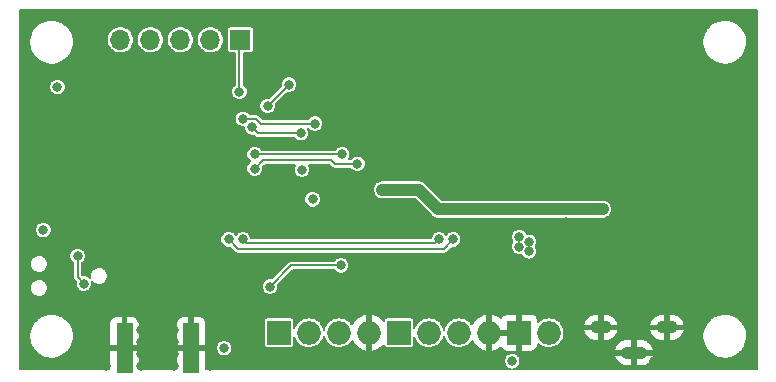
<source format=gbr>
G04 #@! TF.GenerationSoftware,KiCad,Pcbnew,5.99.0-unknown-acdfeee~88~ubuntu18.04.1*
G04 #@! TF.CreationDate,2020-05-13T21:49:14+03:00*
G04 #@! TF.ProjectId,LoRaNode,4c6f5261-4e6f-4646-952e-6b696361645f,1.1*
G04 #@! TF.SameCoordinates,Original*
G04 #@! TF.FileFunction,Copper,L4,Bot*
G04 #@! TF.FilePolarity,Positive*
%FSLAX46Y46*%
G04 Gerber Fmt 4.6, Leading zero omitted, Abs format (unit mm)*
G04 Created by KiCad (PCBNEW 5.99.0-unknown-acdfeee~88~ubuntu18.04.1) date 2020-05-13 21:49:14*
%MOMM*%
%LPD*%
G01*
G04 APERTURE LIST*
G04 #@! TA.AperFunction,ComponentPad*
%ADD10R,1.700000X1.700000*%
G04 #@! TD*
G04 #@! TA.AperFunction,ComponentPad*
%ADD11O,1.700000X1.700000*%
G04 #@! TD*
G04 #@! TA.AperFunction,ComponentPad*
%ADD12O,1.998980X1.998980*%
G04 #@! TD*
G04 #@! TA.AperFunction,ComponentPad*
%ADD13R,1.998980X1.998980*%
G04 #@! TD*
G04 #@! TA.AperFunction,ComponentPad*
%ADD14O,1.800000X1.100000*%
G04 #@! TD*
G04 #@! TA.AperFunction,ComponentPad*
%ADD15O,2.200000X1.100000*%
G04 #@! TD*
G04 #@! TA.AperFunction,SMDPad,CuDef*
%ADD16R,1.350000X4.200000*%
G04 #@! TD*
G04 #@! TA.AperFunction,ViaPad*
%ADD17C,0.800000*%
G04 #@! TD*
G04 #@! TA.AperFunction,Conductor*
%ADD18C,0.200000*%
G04 #@! TD*
G04 #@! TA.AperFunction,Conductor*
%ADD19C,1.000000*%
G04 #@! TD*
G04 APERTURE END LIST*
D10*
X103980000Y-114800000D03*
D11*
X101440000Y-114800000D03*
X98900000Y-114800000D03*
X96360000Y-114800000D03*
X93820000Y-114800000D03*
D12*
X130120000Y-139600000D03*
D13*
X127580000Y-139600000D03*
D12*
X125040000Y-139600000D03*
D13*
X117420000Y-139600000D03*
D12*
X119960000Y-139600000D03*
X122500000Y-139600000D03*
X114880000Y-139600000D03*
D13*
X107260000Y-139600000D03*
D12*
X109800000Y-139600000D03*
X112340000Y-139600000D03*
D14*
X134500000Y-139150000D03*
X140100000Y-139150000D03*
D15*
X137300000Y-141300000D03*
D16*
X94175000Y-140900000D03*
X99825000Y-140900000D03*
D17*
X101400000Y-142400000D03*
X101400000Y-140600000D03*
X101400000Y-139600000D03*
X101400000Y-138600000D03*
X101400000Y-137600000D03*
X100400000Y-137600000D03*
X99400000Y-137600000D03*
X92500000Y-140600000D03*
X92500000Y-139600000D03*
X92500000Y-138600000D03*
X92500000Y-137600000D03*
X93500000Y-137600000D03*
X94500000Y-137600000D03*
X110800000Y-126000000D03*
X105199990Y-124500000D03*
X103900000Y-119200000D03*
X98400000Y-137200000D03*
X98400000Y-136100000D03*
X98400000Y-135100000D03*
X98400000Y-134100000D03*
X95600000Y-137200000D03*
X95600000Y-136100000D03*
X95600000Y-135100000D03*
X95600000Y-134100000D03*
X98400000Y-138400000D03*
X98400000Y-139400000D03*
X98400000Y-140400000D03*
X98400000Y-141400000D03*
X98400000Y-142400000D03*
X95600000Y-138400000D03*
X95600000Y-139400000D03*
X95600000Y-140400000D03*
X95600000Y-141400000D03*
X95600000Y-142400000D03*
X92600000Y-142400000D03*
X91000000Y-117000000D03*
X86000000Y-113000000D03*
X86000000Y-118000000D03*
X86000000Y-120000000D03*
X86000000Y-124000000D03*
X86000000Y-126000000D03*
X86000000Y-128000000D03*
X87297038Y-130909703D03*
X85800000Y-134900000D03*
X86000000Y-138000000D03*
X91000000Y-142000000D03*
X107000000Y-142000000D03*
X109000000Y-142000000D03*
X111000000Y-142000000D03*
X113000000Y-142000000D03*
X115000000Y-142000000D03*
X117000000Y-142000000D03*
X119000000Y-142000000D03*
X121000000Y-142000000D03*
X123000000Y-142000000D03*
X125000000Y-142000000D03*
X127000000Y-142000000D03*
X131000000Y-142000000D03*
X129000000Y-142000000D03*
X133000000Y-142000000D03*
X135000000Y-142000000D03*
X139000000Y-142000000D03*
X141000000Y-142000000D03*
X143000000Y-142000000D03*
X147000000Y-138000000D03*
X147000000Y-142000000D03*
X147000000Y-136000000D03*
X147000000Y-134000000D03*
X147000000Y-132000000D03*
X147000000Y-130000000D03*
X147000000Y-128000000D03*
X147000000Y-126000000D03*
X147000000Y-124000000D03*
X147000000Y-122000000D03*
X147000000Y-120000000D03*
X147000000Y-118000000D03*
X147000000Y-113000000D03*
X142000000Y-113000000D03*
X138000000Y-113000000D03*
X133000000Y-113000000D03*
X131000000Y-113000000D03*
X129000000Y-113000000D03*
X127000000Y-113000000D03*
X125000000Y-113000000D03*
X123000000Y-113000000D03*
X121000000Y-113000000D03*
X119000000Y-113000000D03*
X117000000Y-113000000D03*
X115000000Y-113000000D03*
X113000000Y-113000000D03*
X111000000Y-113000000D03*
X109000000Y-113000000D03*
X107000000Y-113000000D03*
X105000000Y-113000000D03*
X103000000Y-113000000D03*
X101000000Y-113000000D03*
X99000000Y-113000000D03*
X97000000Y-113000000D03*
X95000000Y-113000000D03*
X93000000Y-113000000D03*
X91000000Y-113000000D03*
X113900000Y-125300000D03*
X117800000Y-127500000D03*
X106300000Y-120400000D03*
X108100000Y-118600000D03*
X105000000Y-122200000D03*
X104200000Y-121500000D03*
X105200000Y-125700000D03*
X138300000Y-126800000D03*
X134000000Y-126100000D03*
X110300000Y-121900000D03*
X109100000Y-122700010D03*
X137300009Y-135773539D03*
X92043750Y-118812500D03*
X90200000Y-133100000D03*
X90730000Y-135435000D03*
X88500000Y-118800000D03*
X93500000Y-121200000D03*
X119900000Y-124100000D03*
X112600000Y-124500000D03*
X116000000Y-127500000D03*
X106400000Y-133600000D03*
X103000000Y-131700000D03*
X122000000Y-131700000D03*
X120800000Y-131700000D03*
X104200000Y-131700000D03*
X116300000Y-131100000D03*
X117800000Y-131100000D03*
X120600000Y-136500000D03*
X106500000Y-135700000D03*
X112500000Y-133900000D03*
X111000000Y-137800000D03*
X111000000Y-136700000D03*
X98200000Y-131700000D03*
X95700000Y-131700000D03*
X92500000Y-131900000D03*
X93600000Y-129600000D03*
X108500000Y-121100000D03*
X108500000Y-119900000D03*
X106400000Y-129500000D03*
X110100000Y-128300000D03*
X109200000Y-131000000D03*
X131565485Y-130250010D03*
X134650000Y-129150000D03*
X109200000Y-125800021D03*
X102600000Y-140900000D03*
X128400000Y-132700000D03*
X128400000Y-131900000D03*
X127600000Y-132300000D03*
X127600000Y-131500000D03*
X133800000Y-131600000D03*
X134200000Y-130400000D03*
X131600000Y-131000000D03*
D18*
X112600000Y-124500000D02*
X105199990Y-124500000D01*
X103900000Y-119200000D02*
X103900000Y-114880000D01*
X103900000Y-114880000D02*
X103980000Y-114800000D01*
X105900000Y-125000000D02*
X111700000Y-125000000D01*
X112000000Y-125300000D02*
X113900000Y-125300000D01*
X111700000Y-125000000D02*
X112000000Y-125300000D01*
X105200000Y-125700000D02*
X105900000Y-125000000D01*
D19*
X117800000Y-127500000D02*
X116200000Y-127500000D01*
D18*
X106300000Y-120400000D02*
X108100000Y-118600000D01*
X105700000Y-121900000D02*
X105300000Y-121500000D01*
X110300000Y-121900000D02*
X105700000Y-121900000D01*
X105300000Y-121500000D02*
X104200000Y-121500000D01*
X109100000Y-122700010D02*
X105500010Y-122700010D01*
X105500010Y-122700010D02*
X105000000Y-122200000D01*
X90200000Y-134905000D02*
X90730000Y-135435000D01*
X90200000Y-133100000D02*
X90200000Y-134905000D01*
D19*
X116200000Y-127500000D02*
X116000000Y-127500000D01*
X120750000Y-129150000D02*
X119100000Y-127500000D01*
X134650000Y-129150000D02*
X120750000Y-129150000D01*
X119100000Y-127500000D02*
X117800000Y-127500000D01*
D18*
X103800000Y-132500000D02*
X103000000Y-131700000D01*
X121200000Y-132500000D02*
X103800000Y-132500000D01*
X122000000Y-131700000D02*
X121200000Y-132500000D01*
X120500000Y-132000000D02*
X104500000Y-132000000D01*
X104500000Y-132000000D02*
X104200000Y-131700000D01*
X120800000Y-131700000D02*
X120500000Y-132000000D01*
X108300000Y-133900000D02*
X106500000Y-135700000D01*
X112500000Y-133900000D02*
X108300000Y-133900000D01*
G36*
X147701000Y-142701000D02*
G01*
X127103138Y-142701000D01*
X127118530Y-142698562D01*
X127314712Y-142634819D01*
X127328596Y-142627744D01*
X127495478Y-142506497D01*
X127506497Y-142495478D01*
X127627744Y-142328596D01*
X127634819Y-142314712D01*
X127698562Y-142118530D01*
X127701000Y-142103138D01*
X127701000Y-141896862D01*
X127698562Y-141881470D01*
X127634819Y-141685288D01*
X127627744Y-141671404D01*
X127528200Y-141534393D01*
X135612869Y-141534393D01*
X135670688Y-141730848D01*
X135674316Y-141739826D01*
X135774929Y-141932282D01*
X135780232Y-141940385D01*
X135916311Y-142109632D01*
X135923086Y-142116551D01*
X136089446Y-142256145D01*
X136097436Y-142261616D01*
X136287742Y-142366237D01*
X136296643Y-142370052D01*
X136503811Y-142435769D01*
X136513629Y-142437820D01*
X136693527Y-142456729D01*
X136698705Y-142457000D01*
X137087007Y-142457000D01*
X137145000Y-142399007D01*
X137145000Y-141512993D01*
X137455000Y-141512993D01*
X137455000Y-142399007D01*
X137512993Y-142457000D01*
X137904627Y-142457000D01*
X137909460Y-142456764D01*
X138070974Y-142440927D01*
X138080473Y-142439046D01*
X138288373Y-142376277D01*
X138297326Y-142372587D01*
X138489074Y-142270633D01*
X138497140Y-142265274D01*
X138665433Y-142128017D01*
X138672304Y-142121194D01*
X138810733Y-141953863D01*
X138816148Y-141945835D01*
X138919438Y-141754802D01*
X138923191Y-141745876D01*
X138988313Y-141535503D01*
X138928961Y-141455000D01*
X137512993Y-141455000D01*
X137455000Y-141512993D01*
X137145000Y-141512993D01*
X137087007Y-141455000D01*
X135672263Y-141455000D01*
X135612869Y-141534393D01*
X127528200Y-141534393D01*
X127506497Y-141504522D01*
X127495478Y-141493503D01*
X127328596Y-141372256D01*
X127314712Y-141365181D01*
X127118530Y-141301438D01*
X127103138Y-141299000D01*
X126896862Y-141299000D01*
X126881470Y-141301438D01*
X126685288Y-141365181D01*
X126671404Y-141372256D01*
X126504522Y-141493503D01*
X126493503Y-141504522D01*
X126372256Y-141671404D01*
X126365181Y-141685288D01*
X126301438Y-141881470D01*
X126299000Y-141896862D01*
X126299000Y-142103138D01*
X126301438Y-142118530D01*
X126365181Y-142314712D01*
X126372256Y-142328596D01*
X126493503Y-142495478D01*
X126504522Y-142506497D01*
X126671404Y-142627744D01*
X126685288Y-142634819D01*
X126881470Y-142698562D01*
X126896862Y-142701000D01*
X101114837Y-142701000D01*
X101114837Y-141112993D01*
X101056844Y-141055000D01*
X98593156Y-141055000D01*
X98535163Y-141112993D01*
X98535163Y-142701000D01*
X95464837Y-142701000D01*
X95464837Y-141112993D01*
X95406844Y-141055000D01*
X92943156Y-141055000D01*
X92885163Y-141112993D01*
X92885163Y-142701000D01*
X85299000Y-142701000D01*
X85299000Y-139987684D01*
X86097970Y-139987684D01*
X86098322Y-139995022D01*
X86131822Y-140267858D01*
X86133255Y-140275064D01*
X86206715Y-140539953D01*
X86209198Y-140546867D01*
X86321004Y-140797987D01*
X86324481Y-140804458D01*
X86472177Y-141036295D01*
X86476573Y-141042181D01*
X86656914Y-141249640D01*
X86662131Y-141254813D01*
X86871156Y-141433336D01*
X86877081Y-141437680D01*
X87110197Y-141583347D01*
X87116699Y-141586768D01*
X87368786Y-141696379D01*
X87375722Y-141698801D01*
X87641240Y-141769946D01*
X87648458Y-141771317D01*
X87921577Y-141802434D01*
X87928918Y-141802723D01*
X88203636Y-141793129D01*
X88210939Y-141792330D01*
X88481221Y-141742236D01*
X88488326Y-141740365D01*
X88748235Y-141650871D01*
X88754986Y-141647971D01*
X88998812Y-141521044D01*
X89005060Y-141517178D01*
X89227447Y-141355603D01*
X89233054Y-141350857D01*
X89429116Y-141158187D01*
X89433960Y-141152663D01*
X89599391Y-140933130D01*
X89603365Y-140926951D01*
X89673997Y-140796862D01*
X101899000Y-140796862D01*
X101899000Y-141003138D01*
X101901438Y-141018530D01*
X101965181Y-141214712D01*
X101972256Y-141228596D01*
X102093503Y-141395478D01*
X102104522Y-141406497D01*
X102271404Y-141527744D01*
X102285288Y-141534819D01*
X102481470Y-141598562D01*
X102496862Y-141601000D01*
X102703138Y-141601000D01*
X102718530Y-141598562D01*
X102914712Y-141534819D01*
X102928596Y-141527744D01*
X103095478Y-141406497D01*
X103106497Y-141395478D01*
X103227744Y-141228596D01*
X103234819Y-141214712D01*
X103298562Y-141018530D01*
X103301000Y-141003138D01*
X103301000Y-140796862D01*
X103298562Y-140781470D01*
X103234819Y-140585288D01*
X103227744Y-140571404D01*
X103106497Y-140404522D01*
X103095478Y-140393503D01*
X102928596Y-140272256D01*
X102914712Y-140265181D01*
X102718530Y-140201438D01*
X102703138Y-140199000D01*
X102496862Y-140199000D01*
X102481470Y-140201438D01*
X102285288Y-140265181D01*
X102271404Y-140272256D01*
X102104522Y-140393503D01*
X102093503Y-140404522D01*
X101972256Y-140571404D01*
X101965181Y-140585288D01*
X101901438Y-140781470D01*
X101899000Y-140796862D01*
X89673997Y-140796862D01*
X89734529Y-140685377D01*
X89737546Y-140678679D01*
X89831563Y-140420371D01*
X89833557Y-140413300D01*
X89888490Y-140143297D01*
X89889469Y-140134707D01*
X89899162Y-139764501D01*
X89898634Y-139755873D01*
X89857909Y-139483365D01*
X89856287Y-139476199D01*
X89775918Y-139213324D01*
X89773255Y-139206477D01*
X89654915Y-138958370D01*
X89651269Y-138951991D01*
X89545835Y-138795678D01*
X92885163Y-138795678D01*
X92885163Y-140687007D01*
X92943156Y-140745000D01*
X93962007Y-140745000D01*
X94020000Y-140687007D01*
X94020000Y-138243156D01*
X94330000Y-138243156D01*
X94330000Y-140687007D01*
X94387993Y-140745000D01*
X95406844Y-140745000D01*
X95464837Y-140687007D01*
X95464837Y-138795678D01*
X98535163Y-138795678D01*
X98535163Y-140687007D01*
X98593156Y-140745000D01*
X99612007Y-140745000D01*
X99670000Y-140687007D01*
X99670000Y-138243156D01*
X99980000Y-138243156D01*
X99980000Y-140687007D01*
X100037993Y-140745000D01*
X101056844Y-140745000D01*
X101114837Y-140687007D01*
X101114837Y-138793511D01*
X101113143Y-138780645D01*
X101063573Y-138595647D01*
X105957592Y-138595647D01*
X105957592Y-140604353D01*
X105958545Y-140614034D01*
X105976918Y-140706403D01*
X105984381Y-140724420D01*
X106039420Y-140806791D01*
X106053209Y-140820580D01*
X106135580Y-140875619D01*
X106153597Y-140883082D01*
X106245966Y-140901455D01*
X106255647Y-140902408D01*
X108264353Y-140902408D01*
X108274034Y-140901455D01*
X108366403Y-140883082D01*
X108384420Y-140875619D01*
X108466791Y-140820580D01*
X108480580Y-140806791D01*
X108535619Y-140724420D01*
X108543082Y-140706403D01*
X108561455Y-140614034D01*
X108562408Y-140604353D01*
X108562408Y-139995346D01*
X108614219Y-140141654D01*
X108618019Y-140149898D01*
X108732784Y-140348676D01*
X108738023Y-140356089D01*
X108887089Y-140530624D01*
X108893592Y-140536958D01*
X109071970Y-140681406D01*
X109079517Y-140686449D01*
X109281230Y-140795971D01*
X109289571Y-140799554D01*
X109507866Y-140870482D01*
X109516720Y-140872486D01*
X109744285Y-140902444D01*
X109753356Y-140902801D01*
X109982569Y-140890789D01*
X109991553Y-140889486D01*
X110214739Y-140835904D01*
X110223336Y-140832986D01*
X110433021Y-140739628D01*
X110440941Y-140735192D01*
X110630101Y-140605186D01*
X110637080Y-140599381D01*
X110799381Y-140437080D01*
X110805186Y-140430101D01*
X110935192Y-140240941D01*
X110939628Y-140233021D01*
X111032986Y-140023336D01*
X111035904Y-140014739D01*
X111069056Y-139876652D01*
X111075366Y-139916493D01*
X111077600Y-139925291D01*
X111154219Y-140141654D01*
X111158019Y-140149898D01*
X111272784Y-140348676D01*
X111278023Y-140356089D01*
X111427089Y-140530624D01*
X111433592Y-140536958D01*
X111611970Y-140681406D01*
X111619517Y-140686449D01*
X111821230Y-140795971D01*
X111829571Y-140799554D01*
X112047866Y-140870482D01*
X112056720Y-140872486D01*
X112284285Y-140902444D01*
X112293356Y-140902801D01*
X112522569Y-140890789D01*
X112531553Y-140889486D01*
X112754739Y-140835904D01*
X112763336Y-140832986D01*
X112973021Y-140739628D01*
X112980941Y-140735192D01*
X113170101Y-140605186D01*
X113177080Y-140599381D01*
X113339381Y-140437080D01*
X113345186Y-140430101D01*
X113432278Y-140303381D01*
X113442432Y-140328015D01*
X113446043Y-140335101D01*
X113577321Y-140548489D01*
X113582017Y-140554907D01*
X113745724Y-140744563D01*
X113751386Y-140750147D01*
X113943309Y-140911188D01*
X113949791Y-140915795D01*
X114164992Y-141044081D01*
X114172127Y-141047592D01*
X114405072Y-141139822D01*
X114412677Y-141142147D01*
X114651068Y-141194560D01*
X114725000Y-141135117D01*
X114725001Y-139812992D01*
X114725000Y-139812991D01*
X114725000Y-139387008D01*
X115034999Y-139387008D01*
X115035000Y-139387009D01*
X115034999Y-141133207D01*
X115100510Y-141192194D01*
X115172509Y-141184628D01*
X115180327Y-141183165D01*
X115422099Y-141117476D01*
X115429581Y-141114782D01*
X115657741Y-141011285D01*
X115664697Y-141007430D01*
X115873375Y-140868784D01*
X115879624Y-140863866D01*
X116063451Y-140693641D01*
X116068834Y-140687787D01*
X116120150Y-140622105D01*
X116136918Y-140706403D01*
X116144381Y-140724420D01*
X116199420Y-140806791D01*
X116213209Y-140820580D01*
X116295580Y-140875619D01*
X116313597Y-140883082D01*
X116405966Y-140901455D01*
X116415647Y-140902408D01*
X118424353Y-140902408D01*
X118434034Y-140901455D01*
X118526403Y-140883082D01*
X118544420Y-140875619D01*
X118626791Y-140820580D01*
X118640580Y-140806791D01*
X118695619Y-140724420D01*
X118703082Y-140706403D01*
X118721455Y-140614034D01*
X118722408Y-140604353D01*
X118722408Y-139995346D01*
X118774219Y-140141654D01*
X118778019Y-140149898D01*
X118892784Y-140348676D01*
X118898023Y-140356089D01*
X119047089Y-140530624D01*
X119053592Y-140536958D01*
X119231970Y-140681406D01*
X119239517Y-140686449D01*
X119441230Y-140795971D01*
X119449571Y-140799554D01*
X119667866Y-140870482D01*
X119676720Y-140872486D01*
X119904285Y-140902444D01*
X119913356Y-140902801D01*
X120142569Y-140890789D01*
X120151553Y-140889486D01*
X120374739Y-140835904D01*
X120383336Y-140832986D01*
X120593021Y-140739628D01*
X120600941Y-140735192D01*
X120790101Y-140605186D01*
X120797080Y-140599381D01*
X120959381Y-140437080D01*
X120965186Y-140430101D01*
X121095192Y-140240941D01*
X121099628Y-140233021D01*
X121192986Y-140023336D01*
X121195904Y-140014739D01*
X121229056Y-139876652D01*
X121235366Y-139916493D01*
X121237600Y-139925291D01*
X121314219Y-140141654D01*
X121318019Y-140149898D01*
X121432784Y-140348676D01*
X121438023Y-140356089D01*
X121587089Y-140530624D01*
X121593592Y-140536958D01*
X121771970Y-140681406D01*
X121779517Y-140686449D01*
X121981230Y-140795971D01*
X121989571Y-140799554D01*
X122207866Y-140870482D01*
X122216720Y-140872486D01*
X122444285Y-140902444D01*
X122453356Y-140902801D01*
X122682569Y-140890789D01*
X122691553Y-140889486D01*
X122914739Y-140835904D01*
X122923336Y-140832986D01*
X123133021Y-140739628D01*
X123140941Y-140735192D01*
X123330101Y-140605186D01*
X123337080Y-140599381D01*
X123499381Y-140437080D01*
X123505186Y-140430101D01*
X123592278Y-140303381D01*
X123602432Y-140328015D01*
X123606043Y-140335101D01*
X123737321Y-140548489D01*
X123742017Y-140554907D01*
X123905724Y-140744563D01*
X123911386Y-140750147D01*
X124103309Y-140911188D01*
X124109791Y-140915795D01*
X124324992Y-141044081D01*
X124332127Y-141047592D01*
X124565072Y-141139822D01*
X124572677Y-141142147D01*
X124811068Y-141194560D01*
X124885000Y-141135117D01*
X124885000Y-141133207D01*
X125194999Y-141133207D01*
X125260510Y-141192194D01*
X125332509Y-141184628D01*
X125340327Y-141183165D01*
X125582099Y-141117476D01*
X125589581Y-141114782D01*
X125817741Y-141011285D01*
X125824697Y-141007430D01*
X126033375Y-140868784D01*
X126034170Y-140868159D01*
X126040961Y-140893505D01*
X126050974Y-140912739D01*
X126178665Y-141064915D01*
X126191935Y-141076050D01*
X126362084Y-141174285D01*
X126378362Y-141180210D01*
X126567576Y-141213574D01*
X126576188Y-141214327D01*
X127367007Y-141214327D01*
X127425000Y-141156334D01*
X127425000Y-139812993D01*
X127367007Y-139755000D01*
X126032510Y-139755000D01*
X125252993Y-139754999D01*
X125195000Y-139812992D01*
X125194999Y-141133207D01*
X124885000Y-141133207D01*
X124885001Y-139812992D01*
X124885000Y-139812991D01*
X124885000Y-139387007D01*
X125194999Y-139387007D01*
X125252992Y-139445000D01*
X126073517Y-139445001D01*
X126073518Y-139445000D01*
X127367007Y-139445000D01*
X127425000Y-139387007D01*
X127425000Y-138043666D01*
X127735000Y-138043666D01*
X127735000Y-141156334D01*
X127792993Y-141214327D01*
X128585979Y-141214327D01*
X128598845Y-141212633D01*
X128873505Y-141139038D01*
X128892739Y-141129026D01*
X128969641Y-141064497D01*
X135611687Y-141064497D01*
X135671039Y-141145000D01*
X137087007Y-141145000D01*
X137145000Y-141087007D01*
X137145000Y-140200993D01*
X137455000Y-140200993D01*
X137455000Y-141087007D01*
X137512993Y-141145000D01*
X138927737Y-141145000D01*
X138987131Y-141065607D01*
X138929312Y-140869152D01*
X138925684Y-140860174D01*
X138825071Y-140667718D01*
X138819768Y-140659615D01*
X138683689Y-140490368D01*
X138676914Y-140483449D01*
X138510554Y-140343855D01*
X138502564Y-140338384D01*
X138312258Y-140233763D01*
X138303357Y-140229948D01*
X138096189Y-140164231D01*
X138086371Y-140162180D01*
X137906473Y-140143271D01*
X137901295Y-140143000D01*
X137512993Y-140143000D01*
X137455000Y-140200993D01*
X137145000Y-140200993D01*
X137087007Y-140143000D01*
X136695373Y-140143000D01*
X136690540Y-140143236D01*
X136529026Y-140159073D01*
X136519527Y-140160954D01*
X136311627Y-140223723D01*
X136302674Y-140227413D01*
X136110926Y-140329367D01*
X136102860Y-140334726D01*
X135934567Y-140471983D01*
X135927696Y-140478806D01*
X135789267Y-140646137D01*
X135783852Y-140654165D01*
X135680562Y-140845198D01*
X135676809Y-140854124D01*
X135611687Y-141064497D01*
X128969641Y-141064497D01*
X129044915Y-141001335D01*
X129056050Y-140988065D01*
X129154285Y-140817916D01*
X129160210Y-140801638D01*
X129193574Y-140612424D01*
X129194327Y-140603812D01*
X129194327Y-140515682D01*
X129207089Y-140530624D01*
X129213592Y-140536958D01*
X129391970Y-140681406D01*
X129399517Y-140686449D01*
X129601230Y-140795971D01*
X129609571Y-140799554D01*
X129827866Y-140870482D01*
X129836720Y-140872486D01*
X130064285Y-140902444D01*
X130073356Y-140902801D01*
X130302569Y-140890789D01*
X130311553Y-140889486D01*
X130534739Y-140835904D01*
X130543336Y-140832986D01*
X130753021Y-140739628D01*
X130760941Y-140735192D01*
X130950101Y-140605186D01*
X130957080Y-140599381D01*
X131119381Y-140437080D01*
X131125186Y-140430101D01*
X131255192Y-140240941D01*
X131259628Y-140233021D01*
X131352986Y-140023336D01*
X131355904Y-140014739D01*
X131409638Y-139790921D01*
X131410992Y-139780633D01*
X131418676Y-139487180D01*
X131417862Y-139476835D01*
X131400730Y-139384393D01*
X133012869Y-139384393D01*
X133070688Y-139580848D01*
X133074316Y-139589826D01*
X133174929Y-139782282D01*
X133180232Y-139790385D01*
X133316311Y-139959632D01*
X133323086Y-139966551D01*
X133489446Y-140106145D01*
X133497436Y-140111616D01*
X133687742Y-140216237D01*
X133696643Y-140220052D01*
X133903811Y-140285769D01*
X133913629Y-140287820D01*
X134093527Y-140306729D01*
X134098705Y-140307000D01*
X134287007Y-140307000D01*
X134345000Y-140249007D01*
X134345000Y-139362993D01*
X134655000Y-139362993D01*
X134655000Y-140249007D01*
X134712993Y-140307000D01*
X134904627Y-140307000D01*
X134909460Y-140306764D01*
X135070974Y-140290927D01*
X135080473Y-140289046D01*
X135288373Y-140226277D01*
X135297326Y-140222587D01*
X135489074Y-140120633D01*
X135497140Y-140115274D01*
X135665433Y-139978017D01*
X135672304Y-139971194D01*
X135810733Y-139803863D01*
X135816148Y-139795835D01*
X135919438Y-139604802D01*
X135923191Y-139595876D01*
X135988313Y-139385503D01*
X135987495Y-139384393D01*
X138612869Y-139384393D01*
X138670688Y-139580848D01*
X138674316Y-139589826D01*
X138774929Y-139782282D01*
X138780232Y-139790385D01*
X138916311Y-139959632D01*
X138923086Y-139966551D01*
X139089446Y-140106145D01*
X139097436Y-140111616D01*
X139287742Y-140216237D01*
X139296643Y-140220052D01*
X139503811Y-140285769D01*
X139513629Y-140287820D01*
X139693527Y-140306729D01*
X139698705Y-140307000D01*
X139887007Y-140307000D01*
X139945000Y-140249007D01*
X139945000Y-139362993D01*
X140255000Y-139362993D01*
X140255000Y-140249007D01*
X140312993Y-140307000D01*
X140504627Y-140307000D01*
X140509460Y-140306764D01*
X140670974Y-140290927D01*
X140680473Y-140289046D01*
X140888373Y-140226277D01*
X140897326Y-140222587D01*
X141089074Y-140120633D01*
X141097140Y-140115274D01*
X141253580Y-139987684D01*
X143097970Y-139987684D01*
X143098322Y-139995022D01*
X143131822Y-140267858D01*
X143133255Y-140275064D01*
X143206715Y-140539953D01*
X143209198Y-140546867D01*
X143321004Y-140797987D01*
X143324481Y-140804458D01*
X143472177Y-141036295D01*
X143476573Y-141042181D01*
X143656914Y-141249640D01*
X143662131Y-141254813D01*
X143871156Y-141433336D01*
X143877081Y-141437680D01*
X144110197Y-141583347D01*
X144116699Y-141586768D01*
X144368786Y-141696379D01*
X144375722Y-141698801D01*
X144641240Y-141769946D01*
X144648458Y-141771317D01*
X144921577Y-141802434D01*
X144928918Y-141802723D01*
X145203636Y-141793129D01*
X145210939Y-141792330D01*
X145481221Y-141742236D01*
X145488326Y-141740365D01*
X145748235Y-141650871D01*
X145754986Y-141647971D01*
X145998812Y-141521044D01*
X146005060Y-141517178D01*
X146227447Y-141355603D01*
X146233054Y-141350857D01*
X146429116Y-141158187D01*
X146433960Y-141152663D01*
X146599391Y-140933130D01*
X146603365Y-140926951D01*
X146734529Y-140685377D01*
X146737546Y-140678679D01*
X146831563Y-140420371D01*
X146833557Y-140413300D01*
X146888490Y-140143297D01*
X146889469Y-140134707D01*
X146899162Y-139764501D01*
X146898634Y-139755873D01*
X146857909Y-139483365D01*
X146856287Y-139476199D01*
X146775918Y-139213324D01*
X146773255Y-139206477D01*
X146654915Y-138958370D01*
X146651269Y-138951991D01*
X146497555Y-138724101D01*
X146493006Y-138718331D01*
X146307297Y-138515664D01*
X146301945Y-138510630D01*
X146088319Y-138337640D01*
X146082282Y-138333452D01*
X145845433Y-138193937D01*
X145838844Y-138190688D01*
X145583974Y-138087714D01*
X145576977Y-138085474D01*
X145309687Y-138021303D01*
X145302436Y-138020122D01*
X145028596Y-137996165D01*
X145021250Y-137996068D01*
X144746878Y-138012849D01*
X144739598Y-138013840D01*
X144470718Y-138070992D01*
X144463665Y-138073048D01*
X144206188Y-138169315D01*
X144199516Y-138172391D01*
X143959096Y-138305658D01*
X143952952Y-138309686D01*
X143734870Y-138477025D01*
X143729389Y-138481917D01*
X143538437Y-138679654D01*
X143533740Y-138685303D01*
X143374113Y-138909091D01*
X143370302Y-138915372D01*
X143245507Y-139160297D01*
X143242666Y-139167072D01*
X143155443Y-139427752D01*
X143153635Y-139434873D01*
X143105901Y-139705582D01*
X143105165Y-139712892D01*
X143097970Y-139987684D01*
X141253580Y-139987684D01*
X141265433Y-139978017D01*
X141272304Y-139971194D01*
X141410733Y-139803863D01*
X141416148Y-139795835D01*
X141519438Y-139604802D01*
X141523191Y-139595876D01*
X141588313Y-139385503D01*
X141528961Y-139305000D01*
X140312993Y-139305000D01*
X140255000Y-139362993D01*
X139945000Y-139362993D01*
X139887007Y-139305000D01*
X138672263Y-139305000D01*
X138612869Y-139384393D01*
X135987495Y-139384393D01*
X135928961Y-139305000D01*
X134712993Y-139305000D01*
X134655000Y-139362993D01*
X134345000Y-139362993D01*
X134287007Y-139305000D01*
X133072263Y-139305000D01*
X133012869Y-139384393D01*
X131400730Y-139384393D01*
X131375916Y-139250511D01*
X131373452Y-139241774D01*
X131291196Y-139027491D01*
X131287181Y-139019350D01*
X131222928Y-138914497D01*
X133011687Y-138914497D01*
X133071039Y-138995000D01*
X134287007Y-138995000D01*
X134345000Y-138937007D01*
X134345000Y-138050993D01*
X134655000Y-138050993D01*
X134655000Y-138937007D01*
X134712993Y-138995000D01*
X135927737Y-138995000D01*
X135987131Y-138915607D01*
X135986805Y-138914497D01*
X138611687Y-138914497D01*
X138671039Y-138995000D01*
X139887007Y-138995000D01*
X139945000Y-138937007D01*
X139945000Y-138050993D01*
X140255000Y-138050993D01*
X140255000Y-138937007D01*
X140312993Y-138995000D01*
X141527737Y-138995000D01*
X141587131Y-138915607D01*
X141529312Y-138719152D01*
X141525684Y-138710174D01*
X141425071Y-138517718D01*
X141419768Y-138509615D01*
X141283689Y-138340368D01*
X141276914Y-138333449D01*
X141110554Y-138193855D01*
X141102564Y-138188384D01*
X140912258Y-138083763D01*
X140903357Y-138079948D01*
X140696189Y-138014231D01*
X140686371Y-138012180D01*
X140506473Y-137993271D01*
X140501295Y-137993000D01*
X140312993Y-137993000D01*
X140255000Y-138050993D01*
X139945000Y-138050993D01*
X139887007Y-137993000D01*
X139695373Y-137993000D01*
X139690540Y-137993236D01*
X139529026Y-138009073D01*
X139519527Y-138010954D01*
X139311627Y-138073723D01*
X139302674Y-138077413D01*
X139110926Y-138179367D01*
X139102860Y-138184726D01*
X138934567Y-138321983D01*
X138927696Y-138328806D01*
X138789267Y-138496137D01*
X138783852Y-138504165D01*
X138680562Y-138695198D01*
X138676809Y-138704124D01*
X138611687Y-138914497D01*
X135986805Y-138914497D01*
X135929312Y-138719152D01*
X135925684Y-138710174D01*
X135825071Y-138517718D01*
X135819768Y-138509615D01*
X135683689Y-138340368D01*
X135676914Y-138333449D01*
X135510554Y-138193855D01*
X135502564Y-138188384D01*
X135312258Y-138083763D01*
X135303357Y-138079948D01*
X135096189Y-138014231D01*
X135086371Y-138012180D01*
X134906473Y-137993271D01*
X134901295Y-137993000D01*
X134712993Y-137993000D01*
X134655000Y-138050993D01*
X134345000Y-138050993D01*
X134287007Y-137993000D01*
X134095373Y-137993000D01*
X134090540Y-137993236D01*
X133929026Y-138009073D01*
X133919527Y-138010954D01*
X133711627Y-138073723D01*
X133702674Y-138077413D01*
X133510926Y-138179367D01*
X133502860Y-138184726D01*
X133334567Y-138321983D01*
X133327696Y-138328806D01*
X133189267Y-138496137D01*
X133183852Y-138504165D01*
X133080562Y-138695198D01*
X133076809Y-138704124D01*
X133011687Y-138914497D01*
X131222928Y-138914497D01*
X131167253Y-138823644D01*
X131161821Y-138816370D01*
X131008236Y-138645798D01*
X131001570Y-138639636D01*
X130819474Y-138499908D01*
X130811796Y-138495064D01*
X130607285Y-138390860D01*
X130598853Y-138387496D01*
X130378776Y-138322307D01*
X130369873Y-138320536D01*
X130141602Y-138296543D01*
X130132525Y-138296424D01*
X129903705Y-138314433D01*
X129894758Y-138315971D01*
X129673051Y-138375376D01*
X129664534Y-138378518D01*
X129457365Y-138477333D01*
X129449563Y-138481975D01*
X129263871Y-138616888D01*
X129257046Y-138622873D01*
X129194327Y-138688965D01*
X129194327Y-138594021D01*
X129192633Y-138581155D01*
X129119038Y-138306496D01*
X129109026Y-138287262D01*
X128981335Y-138135085D01*
X128968065Y-138123950D01*
X128797916Y-138025715D01*
X128781638Y-138019790D01*
X128592424Y-137986426D01*
X128583812Y-137985673D01*
X127792993Y-137985673D01*
X127735000Y-138043666D01*
X127425000Y-138043666D01*
X127367007Y-137985673D01*
X126574021Y-137985673D01*
X126561155Y-137987367D01*
X126286496Y-138060962D01*
X126267262Y-138070974D01*
X126115085Y-138198665D01*
X126103950Y-138211935D01*
X126033455Y-138334036D01*
X125853999Y-138209313D01*
X125847126Y-138205313D01*
X125621185Y-138097060D01*
X125613760Y-138094210D01*
X125373416Y-138023472D01*
X125365631Y-138021846D01*
X125262060Y-138008762D01*
X125195000Y-138067884D01*
X125194999Y-139387007D01*
X124885000Y-139387007D01*
X124885001Y-138066706D01*
X124812678Y-138007299D01*
X124605075Y-138048405D01*
X124597423Y-138050570D01*
X124362599Y-138137901D01*
X124355392Y-138141262D01*
X124137551Y-138265012D01*
X124130973Y-138269482D01*
X123935720Y-138426470D01*
X123929942Y-138431934D01*
X123762300Y-138618119D01*
X123757470Y-138624437D01*
X123621752Y-138835030D01*
X123617994Y-138842039D01*
X123593243Y-138898693D01*
X123547253Y-138823644D01*
X123541821Y-138816370D01*
X123388236Y-138645798D01*
X123381570Y-138639636D01*
X123199474Y-138499908D01*
X123191796Y-138495064D01*
X122987285Y-138390860D01*
X122978853Y-138387496D01*
X122758776Y-138322307D01*
X122749873Y-138320536D01*
X122521602Y-138296543D01*
X122512525Y-138296424D01*
X122283705Y-138314433D01*
X122274758Y-138315971D01*
X122053051Y-138375376D01*
X122044534Y-138378518D01*
X121837365Y-138477333D01*
X121829563Y-138481975D01*
X121643871Y-138616888D01*
X121637046Y-138622873D01*
X121479049Y-138789367D01*
X121473429Y-138796496D01*
X121348419Y-138988995D01*
X121344192Y-138997029D01*
X121256355Y-139209086D01*
X121253663Y-139217755D01*
X121230255Y-139327880D01*
X121215916Y-139250511D01*
X121213452Y-139241774D01*
X121131196Y-139027491D01*
X121127181Y-139019350D01*
X121007253Y-138823644D01*
X121001821Y-138816370D01*
X120848236Y-138645798D01*
X120841570Y-138639636D01*
X120659474Y-138499908D01*
X120651796Y-138495064D01*
X120447285Y-138390860D01*
X120438853Y-138387496D01*
X120218776Y-138322307D01*
X120209873Y-138320536D01*
X119981602Y-138296543D01*
X119972525Y-138296424D01*
X119743705Y-138314433D01*
X119734758Y-138315971D01*
X119513051Y-138375376D01*
X119504534Y-138378518D01*
X119297365Y-138477333D01*
X119289563Y-138481975D01*
X119103871Y-138616888D01*
X119097046Y-138622873D01*
X118939049Y-138789367D01*
X118933429Y-138796496D01*
X118808419Y-138988995D01*
X118804192Y-138997029D01*
X118722408Y-139194473D01*
X118722408Y-138595647D01*
X118721455Y-138585966D01*
X118703082Y-138493597D01*
X118695619Y-138475580D01*
X118640580Y-138393209D01*
X118626791Y-138379420D01*
X118544420Y-138324381D01*
X118526403Y-138316918D01*
X118434034Y-138298545D01*
X118424353Y-138297592D01*
X116415647Y-138297592D01*
X116405966Y-138298545D01*
X116313597Y-138316918D01*
X116295580Y-138324381D01*
X116213209Y-138379420D01*
X116199420Y-138393209D01*
X116144381Y-138475580D01*
X116136918Y-138493597D01*
X116120473Y-138576273D01*
X116091354Y-138537349D01*
X116086095Y-138531384D01*
X115905874Y-138357345D01*
X115899729Y-138352297D01*
X115693999Y-138209313D01*
X115687126Y-138205313D01*
X115461185Y-138097060D01*
X115453760Y-138094210D01*
X115213416Y-138023472D01*
X115205631Y-138021846D01*
X115102060Y-138008762D01*
X115035000Y-138067884D01*
X115034999Y-139387008D01*
X114725000Y-139387008D01*
X114725001Y-138066706D01*
X114652678Y-138007299D01*
X114445075Y-138048405D01*
X114437423Y-138050570D01*
X114202599Y-138137901D01*
X114195392Y-138141262D01*
X113977551Y-138265012D01*
X113970973Y-138269482D01*
X113775720Y-138426470D01*
X113769942Y-138431934D01*
X113602300Y-138618119D01*
X113597470Y-138624437D01*
X113461752Y-138835030D01*
X113457994Y-138842039D01*
X113433243Y-138898693D01*
X113387253Y-138823644D01*
X113381821Y-138816370D01*
X113228236Y-138645798D01*
X113221570Y-138639636D01*
X113039474Y-138499908D01*
X113031796Y-138495064D01*
X112827285Y-138390860D01*
X112818853Y-138387496D01*
X112598776Y-138322307D01*
X112589873Y-138320536D01*
X112361602Y-138296543D01*
X112352525Y-138296424D01*
X112123705Y-138314433D01*
X112114758Y-138315971D01*
X111893051Y-138375376D01*
X111884534Y-138378518D01*
X111677365Y-138477333D01*
X111669563Y-138481975D01*
X111483871Y-138616888D01*
X111477046Y-138622873D01*
X111319049Y-138789367D01*
X111313429Y-138796496D01*
X111188419Y-138988995D01*
X111184192Y-138997029D01*
X111096355Y-139209086D01*
X111093663Y-139217755D01*
X111070255Y-139327880D01*
X111055916Y-139250511D01*
X111053452Y-139241774D01*
X110971196Y-139027491D01*
X110967181Y-139019350D01*
X110847253Y-138823644D01*
X110841821Y-138816370D01*
X110688236Y-138645798D01*
X110681570Y-138639636D01*
X110499474Y-138499908D01*
X110491796Y-138495064D01*
X110287285Y-138390860D01*
X110278853Y-138387496D01*
X110058776Y-138322307D01*
X110049873Y-138320536D01*
X109821602Y-138296543D01*
X109812525Y-138296424D01*
X109583705Y-138314433D01*
X109574758Y-138315971D01*
X109353051Y-138375376D01*
X109344534Y-138378518D01*
X109137365Y-138477333D01*
X109129563Y-138481975D01*
X108943871Y-138616888D01*
X108937046Y-138622873D01*
X108779049Y-138789367D01*
X108773429Y-138796496D01*
X108648419Y-138988995D01*
X108644192Y-138997029D01*
X108562408Y-139194473D01*
X108562408Y-138595647D01*
X108561455Y-138585966D01*
X108543082Y-138493597D01*
X108535619Y-138475580D01*
X108480580Y-138393209D01*
X108466791Y-138379420D01*
X108384420Y-138324381D01*
X108366403Y-138316918D01*
X108274034Y-138298545D01*
X108264353Y-138297592D01*
X106255647Y-138297592D01*
X106245966Y-138298545D01*
X106153597Y-138316918D01*
X106135580Y-138324381D01*
X106053209Y-138379420D01*
X106039420Y-138393209D01*
X105984381Y-138475580D01*
X105976918Y-138493597D01*
X105958545Y-138585966D01*
X105957592Y-138595647D01*
X101063573Y-138595647D01*
X101039548Y-138505986D01*
X101029536Y-138486752D01*
X100901845Y-138334575D01*
X100888575Y-138323440D01*
X100718426Y-138225205D01*
X100702148Y-138219280D01*
X100512934Y-138185916D01*
X100504322Y-138185163D01*
X100037993Y-138185163D01*
X99980000Y-138243156D01*
X99670000Y-138243156D01*
X99612007Y-138185163D01*
X99143511Y-138185163D01*
X99130645Y-138186857D01*
X98855986Y-138260452D01*
X98836752Y-138270464D01*
X98684575Y-138398155D01*
X98673440Y-138411425D01*
X98575205Y-138581574D01*
X98569280Y-138597852D01*
X98535916Y-138787066D01*
X98535163Y-138795678D01*
X95464837Y-138795678D01*
X95464837Y-138793511D01*
X95463143Y-138780645D01*
X95389548Y-138505986D01*
X95379536Y-138486752D01*
X95251845Y-138334575D01*
X95238575Y-138323440D01*
X95068426Y-138225205D01*
X95052148Y-138219280D01*
X94862934Y-138185916D01*
X94854322Y-138185163D01*
X94387993Y-138185163D01*
X94330000Y-138243156D01*
X94020000Y-138243156D01*
X93962007Y-138185163D01*
X93493511Y-138185163D01*
X93480645Y-138186857D01*
X93205986Y-138260452D01*
X93186752Y-138270464D01*
X93034575Y-138398155D01*
X93023440Y-138411425D01*
X92925205Y-138581574D01*
X92919280Y-138597852D01*
X92885916Y-138787066D01*
X92885163Y-138795678D01*
X89545835Y-138795678D01*
X89497555Y-138724101D01*
X89493006Y-138718331D01*
X89307297Y-138515664D01*
X89301945Y-138510630D01*
X89088319Y-138337640D01*
X89082282Y-138333452D01*
X88845433Y-138193937D01*
X88838844Y-138190688D01*
X88583974Y-138087714D01*
X88576977Y-138085474D01*
X88309687Y-138021303D01*
X88302436Y-138020122D01*
X88028596Y-137996165D01*
X88021250Y-137996068D01*
X87746878Y-138012849D01*
X87739598Y-138013840D01*
X87470718Y-138070992D01*
X87463665Y-138073048D01*
X87206188Y-138169315D01*
X87199516Y-138172391D01*
X86959096Y-138305658D01*
X86952952Y-138309686D01*
X86734870Y-138477025D01*
X86729389Y-138481917D01*
X86538437Y-138679654D01*
X86533740Y-138685303D01*
X86374113Y-138909091D01*
X86370302Y-138915372D01*
X86245507Y-139160297D01*
X86242666Y-139167072D01*
X86155443Y-139427752D01*
X86153635Y-139434873D01*
X86105901Y-139705582D01*
X86105165Y-139712892D01*
X86097970Y-139987684D01*
X85299000Y-139987684D01*
X85299000Y-135809771D01*
X86171378Y-135809771D01*
X86171378Y-135822229D01*
X86193348Y-135996141D01*
X86196446Y-136008207D01*
X86260977Y-136171193D01*
X86266978Y-136182110D01*
X86370014Y-136323927D01*
X86378542Y-136333008D01*
X86513609Y-136444745D01*
X86524127Y-136451420D01*
X86682740Y-136526057D01*
X86694587Y-136529906D01*
X86866777Y-136562754D01*
X86879210Y-136563536D01*
X87054160Y-136552529D01*
X87066396Y-136550194D01*
X87233112Y-136496026D01*
X87244384Y-136490722D01*
X87392391Y-136396793D01*
X87401989Y-136388852D01*
X87521987Y-136261068D01*
X87529309Y-136250990D01*
X87613758Y-136097378D01*
X87618344Y-136085795D01*
X87661939Y-135916007D01*
X87663500Y-135903648D01*
X87663500Y-135728352D01*
X87661939Y-135715993D01*
X87618344Y-135546205D01*
X87613758Y-135534622D01*
X87529309Y-135381010D01*
X87521987Y-135370932D01*
X87401989Y-135243148D01*
X87392391Y-135235207D01*
X87244384Y-135141278D01*
X87233112Y-135135974D01*
X87066396Y-135081806D01*
X87054160Y-135079471D01*
X86879210Y-135068464D01*
X86866777Y-135069246D01*
X86694587Y-135102094D01*
X86682740Y-135105943D01*
X86524127Y-135180580D01*
X86513609Y-135187255D01*
X86378542Y-135298992D01*
X86370014Y-135308073D01*
X86266978Y-135449890D01*
X86260977Y-135460807D01*
X86196446Y-135623793D01*
X86193348Y-135635859D01*
X86171378Y-135809771D01*
X85299000Y-135809771D01*
X85299000Y-133777771D01*
X86171378Y-133777771D01*
X86171378Y-133790229D01*
X86193348Y-133964141D01*
X86196446Y-133976207D01*
X86260977Y-134139193D01*
X86266978Y-134150110D01*
X86370014Y-134291927D01*
X86378542Y-134301008D01*
X86513609Y-134412745D01*
X86524127Y-134419420D01*
X86682740Y-134494057D01*
X86694587Y-134497906D01*
X86866777Y-134530754D01*
X86879210Y-134531536D01*
X87054160Y-134520529D01*
X87066396Y-134518194D01*
X87233112Y-134464026D01*
X87244384Y-134458722D01*
X87392391Y-134364793D01*
X87401989Y-134356852D01*
X87521987Y-134229068D01*
X87529309Y-134218990D01*
X87613758Y-134065378D01*
X87618344Y-134053795D01*
X87661939Y-133884007D01*
X87663500Y-133871648D01*
X87663500Y-133696352D01*
X87661939Y-133683993D01*
X87618344Y-133514205D01*
X87613758Y-133502622D01*
X87529309Y-133349010D01*
X87521987Y-133338932D01*
X87401989Y-133211148D01*
X87392391Y-133203207D01*
X87244384Y-133109278D01*
X87233112Y-133103974D01*
X87066396Y-133049806D01*
X87054160Y-133047471D01*
X86879210Y-133036464D01*
X86866777Y-133037246D01*
X86694587Y-133070094D01*
X86682740Y-133073943D01*
X86524127Y-133148580D01*
X86513609Y-133155255D01*
X86378542Y-133266992D01*
X86370014Y-133276073D01*
X86266978Y-133417890D01*
X86260977Y-133428807D01*
X86196446Y-133591793D01*
X86193348Y-133603859D01*
X86171378Y-133777771D01*
X85299000Y-133777771D01*
X85299000Y-132996862D01*
X89499000Y-132996862D01*
X89499000Y-133203138D01*
X89501438Y-133218530D01*
X89565181Y-133414712D01*
X89572256Y-133428596D01*
X89693503Y-133595478D01*
X89704522Y-133606497D01*
X89799000Y-133675139D01*
X89799001Y-134836610D01*
X89795124Y-134847650D01*
X89792600Y-134869804D01*
X89799001Y-134927323D01*
X89799001Y-134944602D01*
X89800245Y-134955645D01*
X89803971Y-134971979D01*
X89810308Y-135028922D01*
X89817663Y-135050015D01*
X89824119Y-135060308D01*
X89826837Y-135072221D01*
X89836507Y-135092312D01*
X89872643Y-135137659D01*
X89881576Y-135151901D01*
X89888530Y-135160628D01*
X89900424Y-135172522D01*
X89936267Y-135217503D01*
X89953693Y-135231414D01*
X89964555Y-135236653D01*
X90034610Y-135306709D01*
X90031438Y-135316471D01*
X90029000Y-135331862D01*
X90029000Y-135538138D01*
X90031438Y-135553530D01*
X90095181Y-135749712D01*
X90102256Y-135763596D01*
X90223503Y-135930478D01*
X90234522Y-135941497D01*
X90401404Y-136062744D01*
X90415288Y-136069819D01*
X90611470Y-136133562D01*
X90626862Y-136136000D01*
X90833138Y-136136000D01*
X90848530Y-136133562D01*
X91044712Y-136069819D01*
X91058596Y-136062744D01*
X91225478Y-135941497D01*
X91236497Y-135930478D01*
X91357744Y-135763596D01*
X91364819Y-135749712D01*
X91414482Y-135596862D01*
X105799000Y-135596862D01*
X105799000Y-135803138D01*
X105801438Y-135818530D01*
X105865181Y-136014712D01*
X105872256Y-136028596D01*
X105993503Y-136195478D01*
X106004522Y-136206497D01*
X106171404Y-136327744D01*
X106185288Y-136334819D01*
X106381470Y-136398562D01*
X106396862Y-136401000D01*
X106603138Y-136401000D01*
X106618530Y-136398562D01*
X106814712Y-136334819D01*
X106828596Y-136327744D01*
X106995478Y-136206497D01*
X107006497Y-136195478D01*
X107127744Y-136028596D01*
X107134819Y-136014712D01*
X107198562Y-135818530D01*
X107201000Y-135803138D01*
X107201000Y-135596862D01*
X107198562Y-135581471D01*
X107195390Y-135571710D01*
X108466101Y-134301000D01*
X111924861Y-134301000D01*
X111993503Y-134395478D01*
X112004522Y-134406497D01*
X112171404Y-134527744D01*
X112185288Y-134534819D01*
X112381470Y-134598562D01*
X112396862Y-134601000D01*
X112603138Y-134601000D01*
X112618530Y-134598562D01*
X112814712Y-134534819D01*
X112828596Y-134527744D01*
X112995478Y-134406497D01*
X113006497Y-134395478D01*
X113127744Y-134228596D01*
X113134819Y-134214712D01*
X113198562Y-134018530D01*
X113201000Y-134003138D01*
X113201000Y-133796862D01*
X113198562Y-133781470D01*
X113134819Y-133585288D01*
X113127744Y-133571404D01*
X113006497Y-133404522D01*
X112995478Y-133393503D01*
X112828596Y-133272256D01*
X112814712Y-133265181D01*
X112618530Y-133201438D01*
X112603138Y-133199000D01*
X112396862Y-133199000D01*
X112381470Y-133201438D01*
X112185288Y-133265181D01*
X112171404Y-133272256D01*
X112004522Y-133393503D01*
X111993503Y-133404522D01*
X111924861Y-133499000D01*
X108368386Y-133499000D01*
X108357349Y-133495124D01*
X108335195Y-133492600D01*
X108277685Y-133499000D01*
X108260398Y-133499000D01*
X108249354Y-133500244D01*
X108233016Y-133503971D01*
X108176077Y-133510308D01*
X108154983Y-133517664D01*
X108144692Y-133524119D01*
X108132780Y-133526836D01*
X108112690Y-133536505D01*
X108067339Y-133572642D01*
X108053094Y-133581579D01*
X108044370Y-133588531D01*
X108032478Y-133600423D01*
X107987497Y-133636266D01*
X107973586Y-133653692D01*
X107968348Y-133664552D01*
X106628290Y-135004610D01*
X106618529Y-135001438D01*
X106603138Y-134999000D01*
X106396862Y-134999000D01*
X106381470Y-135001438D01*
X106185288Y-135065181D01*
X106171404Y-135072256D01*
X106004522Y-135193503D01*
X105993503Y-135204522D01*
X105872256Y-135371404D01*
X105865181Y-135385288D01*
X105801438Y-135581470D01*
X105799000Y-135596862D01*
X91414482Y-135596862D01*
X91428562Y-135553530D01*
X91431000Y-135538138D01*
X91431000Y-135331862D01*
X91428562Y-135316470D01*
X91406186Y-135247603D01*
X91450014Y-135307927D01*
X91458542Y-135317008D01*
X91593609Y-135428745D01*
X91604127Y-135435420D01*
X91762740Y-135510057D01*
X91774587Y-135513906D01*
X91946777Y-135546754D01*
X91959210Y-135547536D01*
X92134160Y-135536529D01*
X92146396Y-135534194D01*
X92313112Y-135480026D01*
X92324384Y-135474722D01*
X92472391Y-135380793D01*
X92481989Y-135372852D01*
X92601987Y-135245068D01*
X92609309Y-135234990D01*
X92693758Y-135081378D01*
X92698344Y-135069795D01*
X92741939Y-134900007D01*
X92743500Y-134887648D01*
X92743500Y-134712352D01*
X92741939Y-134699993D01*
X92698344Y-134530205D01*
X92693758Y-134518622D01*
X92609309Y-134365010D01*
X92601987Y-134354932D01*
X92481989Y-134227148D01*
X92472391Y-134219207D01*
X92324384Y-134125278D01*
X92313112Y-134119974D01*
X92146396Y-134065806D01*
X92134160Y-134063471D01*
X91959210Y-134052464D01*
X91946777Y-134053246D01*
X91774587Y-134086094D01*
X91762740Y-134089943D01*
X91604127Y-134164580D01*
X91593609Y-134171255D01*
X91458542Y-134282992D01*
X91450014Y-134292073D01*
X91346978Y-134433890D01*
X91340977Y-134444807D01*
X91276446Y-134607793D01*
X91273348Y-134619859D01*
X91251378Y-134793771D01*
X91251378Y-134806229D01*
X91273348Y-134980141D01*
X91276446Y-134992207D01*
X91278447Y-134997261D01*
X91236497Y-134939522D01*
X91225478Y-134928503D01*
X91058596Y-134807256D01*
X91044712Y-134800181D01*
X90848530Y-134736438D01*
X90833138Y-134734000D01*
X90626862Y-134734000D01*
X90611471Y-134736438D01*
X90601708Y-134739610D01*
X90601000Y-134738902D01*
X90601000Y-133675139D01*
X90695478Y-133606497D01*
X90706497Y-133595478D01*
X90827744Y-133428596D01*
X90834819Y-133414712D01*
X90898562Y-133218530D01*
X90901000Y-133203138D01*
X90901000Y-132996862D01*
X90898562Y-132981470D01*
X90834819Y-132785288D01*
X90827744Y-132771404D01*
X90706497Y-132604522D01*
X90695478Y-132593503D01*
X90528596Y-132472256D01*
X90514712Y-132465181D01*
X90318530Y-132401438D01*
X90303138Y-132399000D01*
X90096862Y-132399000D01*
X90081470Y-132401438D01*
X89885288Y-132465181D01*
X89871404Y-132472256D01*
X89704522Y-132593503D01*
X89693503Y-132604522D01*
X89572256Y-132771404D01*
X89565181Y-132785288D01*
X89501438Y-132981470D01*
X89499000Y-132996862D01*
X85299000Y-132996862D01*
X85299000Y-130806565D01*
X86596038Y-130806565D01*
X86596038Y-131012841D01*
X86598476Y-131028233D01*
X86662219Y-131224415D01*
X86669294Y-131238299D01*
X86790541Y-131405181D01*
X86801560Y-131416200D01*
X86968442Y-131537447D01*
X86982326Y-131544522D01*
X87178508Y-131608265D01*
X87193900Y-131610703D01*
X87400176Y-131610703D01*
X87415568Y-131608265D01*
X87450663Y-131596862D01*
X102299000Y-131596862D01*
X102299000Y-131803138D01*
X102301438Y-131818530D01*
X102365181Y-132014712D01*
X102372256Y-132028596D01*
X102493503Y-132195478D01*
X102504522Y-132206497D01*
X102671404Y-132327744D01*
X102685288Y-132334819D01*
X102881470Y-132398562D01*
X102896862Y-132401000D01*
X103103138Y-132401000D01*
X103118529Y-132398562D01*
X103128290Y-132395390D01*
X103468093Y-132735193D01*
X103473157Y-132745739D01*
X103487037Y-132763188D01*
X103532233Y-132799333D01*
X103544452Y-132811551D01*
X103553140Y-132818481D01*
X103567326Y-132827397D01*
X103612072Y-132863181D01*
X103632188Y-132872895D01*
X103644033Y-132875608D01*
X103654377Y-132882109D01*
X103675420Y-132889478D01*
X103733026Y-132895990D01*
X103749426Y-132899746D01*
X103760513Y-132901000D01*
X103777340Y-132901000D01*
X103834484Y-132907461D01*
X103856642Y-132904975D01*
X103868025Y-132901000D01*
X121131613Y-132901000D01*
X121142650Y-132904876D01*
X121164804Y-132907400D01*
X121222314Y-132901000D01*
X121239601Y-132901000D01*
X121250645Y-132899756D01*
X121266988Y-132896029D01*
X121323923Y-132889692D01*
X121345018Y-132882335D01*
X121355304Y-132875882D01*
X121367218Y-132873165D01*
X121387310Y-132863495D01*
X121432664Y-132827355D01*
X121446904Y-132818422D01*
X121455628Y-132811470D01*
X121467517Y-132799581D01*
X121512503Y-132763734D01*
X121526414Y-132746309D01*
X121531655Y-132735443D01*
X121871709Y-132395390D01*
X121881471Y-132398562D01*
X121896862Y-132401000D01*
X122103138Y-132401000D01*
X122118530Y-132398562D01*
X122314712Y-132334819D01*
X122328596Y-132327744D01*
X122495478Y-132206497D01*
X122506497Y-132195478D01*
X122627744Y-132028596D01*
X122634819Y-132014712D01*
X122698562Y-131818530D01*
X122701000Y-131803138D01*
X122701000Y-131596862D01*
X122698562Y-131581470D01*
X122638580Y-131396862D01*
X126899000Y-131396862D01*
X126899000Y-131603138D01*
X126901438Y-131618530D01*
X126965181Y-131814712D01*
X126972256Y-131828597D01*
X127024134Y-131900000D01*
X126972256Y-131971403D01*
X126965181Y-131985288D01*
X126901438Y-132181470D01*
X126899000Y-132196862D01*
X126899000Y-132403138D01*
X126901438Y-132418530D01*
X126965181Y-132614712D01*
X126972256Y-132628596D01*
X127093503Y-132795478D01*
X127104522Y-132806497D01*
X127271404Y-132927744D01*
X127285288Y-132934819D01*
X127481470Y-132998562D01*
X127496862Y-133001000D01*
X127703138Y-133001000D01*
X127718529Y-132998562D01*
X127755980Y-132986394D01*
X127765181Y-133014712D01*
X127772256Y-133028597D01*
X127893503Y-133195478D01*
X127904522Y-133206497D01*
X128071404Y-133327744D01*
X128085288Y-133334819D01*
X128281470Y-133398562D01*
X128296862Y-133401000D01*
X128503138Y-133401000D01*
X128518530Y-133398562D01*
X128714712Y-133334819D01*
X128728596Y-133327744D01*
X128895478Y-133206497D01*
X128906497Y-133195478D01*
X129027744Y-133028596D01*
X129034819Y-133014712D01*
X129098562Y-132818530D01*
X129101000Y-132803138D01*
X129101000Y-132596862D01*
X129098562Y-132581470D01*
X129034819Y-132385288D01*
X129027744Y-132371403D01*
X128975866Y-132300000D01*
X129027744Y-132228597D01*
X129034819Y-132214712D01*
X129098562Y-132018530D01*
X129101000Y-132003138D01*
X129101000Y-131796862D01*
X129098562Y-131781470D01*
X129034819Y-131585288D01*
X129027744Y-131571404D01*
X128906497Y-131404522D01*
X128895478Y-131393503D01*
X128728596Y-131272256D01*
X128714712Y-131265181D01*
X128518530Y-131201438D01*
X128503138Y-131199000D01*
X128296862Y-131199000D01*
X128281471Y-131201438D01*
X128244020Y-131213606D01*
X128234819Y-131185288D01*
X128227744Y-131171403D01*
X128106497Y-131004522D01*
X128095478Y-130993503D01*
X127928596Y-130872256D01*
X127914712Y-130865181D01*
X127718530Y-130801438D01*
X127703138Y-130799000D01*
X127496862Y-130799000D01*
X127481470Y-130801438D01*
X127285288Y-130865181D01*
X127271404Y-130872256D01*
X127104522Y-130993503D01*
X127093503Y-131004522D01*
X126972256Y-131171404D01*
X126965181Y-131185288D01*
X126901438Y-131381470D01*
X126899000Y-131396862D01*
X122638580Y-131396862D01*
X122634819Y-131385288D01*
X122627744Y-131371404D01*
X122506497Y-131204522D01*
X122495478Y-131193503D01*
X122328596Y-131072256D01*
X122314712Y-131065181D01*
X122118530Y-131001438D01*
X122103138Y-130999000D01*
X121896862Y-130999000D01*
X121881470Y-131001438D01*
X121685288Y-131065181D01*
X121671404Y-131072256D01*
X121504522Y-131193503D01*
X121493503Y-131204522D01*
X121400000Y-131333218D01*
X121306497Y-131204522D01*
X121295478Y-131193503D01*
X121128596Y-131072256D01*
X121114712Y-131065181D01*
X120918530Y-131001438D01*
X120903138Y-130999000D01*
X120696862Y-130999000D01*
X120681470Y-131001438D01*
X120485288Y-131065181D01*
X120471404Y-131072256D01*
X120304522Y-131193503D01*
X120293503Y-131204522D01*
X120172256Y-131371404D01*
X120165181Y-131385288D01*
X120101438Y-131581470D01*
X120099000Y-131596862D01*
X120099000Y-131599000D01*
X104901000Y-131599000D01*
X104901000Y-131596862D01*
X104898562Y-131581470D01*
X104834819Y-131385288D01*
X104827744Y-131371404D01*
X104706497Y-131204522D01*
X104695478Y-131193503D01*
X104528596Y-131072256D01*
X104514712Y-131065181D01*
X104318530Y-131001438D01*
X104303138Y-130999000D01*
X104096862Y-130999000D01*
X104081470Y-131001438D01*
X103885288Y-131065181D01*
X103871404Y-131072256D01*
X103704522Y-131193503D01*
X103693503Y-131204522D01*
X103600000Y-131333218D01*
X103506497Y-131204522D01*
X103495478Y-131193503D01*
X103328596Y-131072256D01*
X103314712Y-131065181D01*
X103118530Y-131001438D01*
X103103138Y-130999000D01*
X102896862Y-130999000D01*
X102881470Y-131001438D01*
X102685288Y-131065181D01*
X102671404Y-131072256D01*
X102504522Y-131193503D01*
X102493503Y-131204522D01*
X102372256Y-131371404D01*
X102365181Y-131385288D01*
X102301438Y-131581470D01*
X102299000Y-131596862D01*
X87450663Y-131596862D01*
X87611750Y-131544522D01*
X87625634Y-131537447D01*
X87792516Y-131416200D01*
X87803535Y-131405181D01*
X87924782Y-131238299D01*
X87931857Y-131224415D01*
X87995600Y-131028233D01*
X87998038Y-131012841D01*
X87998038Y-130806565D01*
X87995600Y-130791173D01*
X87931857Y-130594991D01*
X87924782Y-130581107D01*
X87803535Y-130414225D01*
X87792516Y-130403206D01*
X87625634Y-130281959D01*
X87611750Y-130274884D01*
X87415568Y-130211141D01*
X87400176Y-130208703D01*
X87193900Y-130208703D01*
X87178508Y-130211141D01*
X86982326Y-130274884D01*
X86968442Y-130281959D01*
X86801560Y-130403206D01*
X86790541Y-130414225D01*
X86669294Y-130581107D01*
X86662219Y-130594991D01*
X86598476Y-130791173D01*
X86596038Y-130806565D01*
X85299000Y-130806565D01*
X85299000Y-128196862D01*
X109399000Y-128196862D01*
X109399000Y-128403138D01*
X109401438Y-128418530D01*
X109465181Y-128614712D01*
X109472256Y-128628596D01*
X109593503Y-128795478D01*
X109604522Y-128806497D01*
X109771404Y-128927744D01*
X109785288Y-128934819D01*
X109981470Y-128998562D01*
X109996862Y-129001000D01*
X110203138Y-129001000D01*
X110218530Y-128998562D01*
X110414712Y-128934819D01*
X110428596Y-128927744D01*
X110595478Y-128806497D01*
X110606497Y-128795478D01*
X110727744Y-128628596D01*
X110734819Y-128614712D01*
X110798562Y-128418530D01*
X110801000Y-128403138D01*
X110801000Y-128196862D01*
X110798562Y-128181470D01*
X110734819Y-127985288D01*
X110727744Y-127971404D01*
X110606497Y-127804522D01*
X110595478Y-127793503D01*
X110428596Y-127672256D01*
X110414712Y-127665181D01*
X110222415Y-127602700D01*
X115198303Y-127602700D01*
X115200217Y-127616676D01*
X115259351Y-127823582D01*
X115265111Y-127836458D01*
X115379939Y-128018451D01*
X115389082Y-128029193D01*
X115550375Y-128171643D01*
X115562165Y-128179387D01*
X115757093Y-128270906D01*
X115770886Y-128275077D01*
X115940703Y-128300456D01*
X115948030Y-128301000D01*
X118768215Y-128301000D01*
X120120152Y-129652938D01*
X120129939Y-129668450D01*
X120139082Y-129679193D01*
X120201787Y-129734573D01*
X120221736Y-129754521D01*
X120227059Y-129759136D01*
X120243837Y-129771711D01*
X120300374Y-129821642D01*
X120312164Y-129829387D01*
X120335267Y-129840234D01*
X120355688Y-129855538D01*
X120368061Y-129862312D01*
X120438667Y-129888780D01*
X120507093Y-129920906D01*
X120520887Y-129925077D01*
X120545168Y-129928706D01*
X120569557Y-129937849D01*
X120583335Y-129940878D01*
X120669434Y-129947276D01*
X120690702Y-129950455D01*
X120698029Y-129951000D01*
X120719540Y-129951000D01*
X120797934Y-129956825D01*
X120812007Y-129955866D01*
X120834803Y-129951000D01*
X134703923Y-129951000D01*
X134710949Y-129950499D01*
X134870071Y-129927711D01*
X134883610Y-129923752D01*
X135079503Y-129834685D01*
X135091386Y-129827085D01*
X135254407Y-129686617D01*
X135263680Y-129675987D01*
X135380724Y-129495411D01*
X135386640Y-129482606D01*
X135448298Y-129276438D01*
X135450383Y-129262487D01*
X135451697Y-129047300D01*
X135449783Y-129033324D01*
X135390649Y-128826418D01*
X135384889Y-128813542D01*
X135270061Y-128631549D01*
X135260918Y-128620807D01*
X135099625Y-128478357D01*
X135087835Y-128470613D01*
X134892907Y-128379094D01*
X134879114Y-128374923D01*
X134709297Y-128349544D01*
X134701970Y-128349000D01*
X121081786Y-128349000D01*
X119729851Y-126997066D01*
X119720061Y-126981549D01*
X119710918Y-126970807D01*
X119648204Y-126915419D01*
X119628263Y-126895479D01*
X119622940Y-126890864D01*
X119606169Y-126878295D01*
X119549625Y-126828358D01*
X119537836Y-126820613D01*
X119514728Y-126809764D01*
X119494310Y-126794462D01*
X119481937Y-126787688D01*
X119411331Y-126761220D01*
X119342908Y-126729095D01*
X119329114Y-126724924D01*
X119304830Y-126721295D01*
X119280440Y-126712151D01*
X119266663Y-126709122D01*
X119180577Y-126702724D01*
X119159297Y-126699544D01*
X119151970Y-126699000D01*
X119130459Y-126699000D01*
X119052065Y-126693175D01*
X119037992Y-126694134D01*
X119015196Y-126699000D01*
X115946077Y-126699000D01*
X115939051Y-126699501D01*
X115779929Y-126722289D01*
X115766390Y-126726248D01*
X115570497Y-126815315D01*
X115558614Y-126822915D01*
X115395593Y-126963383D01*
X115386320Y-126974013D01*
X115269276Y-127154589D01*
X115263360Y-127167394D01*
X115201702Y-127373562D01*
X115199617Y-127387513D01*
X115198303Y-127602700D01*
X110222415Y-127602700D01*
X110218530Y-127601438D01*
X110203138Y-127599000D01*
X109996862Y-127599000D01*
X109981470Y-127601438D01*
X109785288Y-127665181D01*
X109771404Y-127672256D01*
X109604522Y-127793503D01*
X109593503Y-127804522D01*
X109472256Y-127971404D01*
X109465181Y-127985288D01*
X109401438Y-128181470D01*
X109399000Y-128196862D01*
X85299000Y-128196862D01*
X85299000Y-124396862D01*
X104498990Y-124396862D01*
X104498990Y-124603138D01*
X104501428Y-124618530D01*
X104565171Y-124814712D01*
X104572246Y-124828596D01*
X104693493Y-124995478D01*
X104704512Y-125006497D01*
X104833212Y-125100004D01*
X104704522Y-125193503D01*
X104693503Y-125204522D01*
X104572256Y-125371404D01*
X104565181Y-125385288D01*
X104501438Y-125581470D01*
X104499000Y-125596862D01*
X104499000Y-125803138D01*
X104501438Y-125818530D01*
X104565181Y-126014712D01*
X104572256Y-126028596D01*
X104693503Y-126195478D01*
X104704522Y-126206497D01*
X104871404Y-126327744D01*
X104885288Y-126334819D01*
X105081470Y-126398562D01*
X105096862Y-126401000D01*
X105303138Y-126401000D01*
X105318530Y-126398562D01*
X105514712Y-126334819D01*
X105528596Y-126327744D01*
X105695478Y-126206497D01*
X105706497Y-126195478D01*
X105827744Y-126028596D01*
X105834819Y-126014712D01*
X105898562Y-125818530D01*
X105901000Y-125803138D01*
X105901000Y-125596862D01*
X105898562Y-125581471D01*
X105895390Y-125571709D01*
X106066100Y-125401000D01*
X108623423Y-125401000D01*
X108572256Y-125471425D01*
X108565181Y-125485309D01*
X108501438Y-125681491D01*
X108499000Y-125696883D01*
X108499000Y-125903159D01*
X108501438Y-125918551D01*
X108565181Y-126114733D01*
X108572256Y-126128617D01*
X108693503Y-126295499D01*
X108704522Y-126306518D01*
X108871404Y-126427765D01*
X108885288Y-126434840D01*
X109081470Y-126498583D01*
X109096862Y-126501021D01*
X109303138Y-126501021D01*
X109318530Y-126498583D01*
X109514712Y-126434840D01*
X109528596Y-126427765D01*
X109695478Y-126306518D01*
X109706497Y-126295499D01*
X109827744Y-126128617D01*
X109834819Y-126114733D01*
X109898562Y-125918551D01*
X109901000Y-125903159D01*
X109901000Y-125696883D01*
X109898562Y-125681491D01*
X109834819Y-125485309D01*
X109827744Y-125471425D01*
X109776577Y-125401000D01*
X111533902Y-125401000D01*
X111668092Y-125535191D01*
X111673157Y-125545739D01*
X111687037Y-125563188D01*
X111732233Y-125599333D01*
X111744453Y-125611552D01*
X111753142Y-125618482D01*
X111767329Y-125627398D01*
X111812072Y-125663181D01*
X111832191Y-125672896D01*
X111844031Y-125675608D01*
X111854373Y-125682108D01*
X111875418Y-125689478D01*
X111933026Y-125695990D01*
X111949426Y-125699746D01*
X111960513Y-125701000D01*
X111977339Y-125701000D01*
X112034485Y-125707461D01*
X112056642Y-125704975D01*
X112068025Y-125701000D01*
X113324861Y-125701000D01*
X113393503Y-125795478D01*
X113404522Y-125806497D01*
X113571404Y-125927744D01*
X113585288Y-125934819D01*
X113781470Y-125998562D01*
X113796862Y-126001000D01*
X114003138Y-126001000D01*
X114018530Y-125998562D01*
X114214712Y-125934819D01*
X114228596Y-125927744D01*
X114395478Y-125806497D01*
X114406497Y-125795478D01*
X114527744Y-125628596D01*
X114534819Y-125614712D01*
X114598562Y-125418530D01*
X114601000Y-125403138D01*
X114601000Y-125196862D01*
X114598562Y-125181470D01*
X114534819Y-124985288D01*
X114527744Y-124971404D01*
X114406497Y-124804522D01*
X114395478Y-124793503D01*
X114228596Y-124672256D01*
X114214712Y-124665181D01*
X114018530Y-124601438D01*
X114003138Y-124599000D01*
X113796862Y-124599000D01*
X113781470Y-124601438D01*
X113585288Y-124665181D01*
X113571404Y-124672256D01*
X113404522Y-124793503D01*
X113393503Y-124804522D01*
X113324861Y-124899000D01*
X113176592Y-124899000D01*
X113227744Y-124828596D01*
X113234819Y-124814712D01*
X113298562Y-124618530D01*
X113301000Y-124603138D01*
X113301000Y-124396862D01*
X113298562Y-124381470D01*
X113234819Y-124185288D01*
X113227744Y-124171404D01*
X113106497Y-124004522D01*
X113095478Y-123993503D01*
X112928596Y-123872256D01*
X112914712Y-123865181D01*
X112718530Y-123801438D01*
X112703138Y-123799000D01*
X112496862Y-123799000D01*
X112481470Y-123801438D01*
X112285288Y-123865181D01*
X112271404Y-123872256D01*
X112104522Y-123993503D01*
X112093503Y-124004522D01*
X112024861Y-124099000D01*
X105775129Y-124099000D01*
X105706487Y-124004522D01*
X105695468Y-123993503D01*
X105528586Y-123872256D01*
X105514702Y-123865181D01*
X105318520Y-123801438D01*
X105303128Y-123799000D01*
X105096852Y-123799000D01*
X105081460Y-123801438D01*
X104885278Y-123865181D01*
X104871394Y-123872256D01*
X104704512Y-123993503D01*
X104693493Y-124004522D01*
X104572246Y-124171404D01*
X104565171Y-124185288D01*
X104501428Y-124381470D01*
X104498990Y-124396862D01*
X85299000Y-124396862D01*
X85299000Y-121396862D01*
X103499000Y-121396862D01*
X103499000Y-121603138D01*
X103501438Y-121618530D01*
X103565181Y-121814712D01*
X103572256Y-121828596D01*
X103693503Y-121995478D01*
X103704522Y-122006497D01*
X103871404Y-122127744D01*
X103885288Y-122134819D01*
X104081470Y-122198562D01*
X104096862Y-122201000D01*
X104299000Y-122201000D01*
X104299000Y-122303138D01*
X104301438Y-122318530D01*
X104365181Y-122514712D01*
X104372256Y-122528596D01*
X104493503Y-122695478D01*
X104504522Y-122706497D01*
X104671404Y-122827744D01*
X104685288Y-122834819D01*
X104881470Y-122898562D01*
X104896862Y-122901000D01*
X105103138Y-122901000D01*
X105118529Y-122898562D01*
X105128290Y-122895390D01*
X105168103Y-122935203D01*
X105173167Y-122945749D01*
X105187047Y-122963198D01*
X105232243Y-122999343D01*
X105244462Y-123011561D01*
X105253150Y-123018491D01*
X105267336Y-123027407D01*
X105312082Y-123063191D01*
X105332198Y-123072905D01*
X105344043Y-123075618D01*
X105354387Y-123082119D01*
X105375430Y-123089488D01*
X105433036Y-123096000D01*
X105449436Y-123099756D01*
X105460523Y-123101010D01*
X105477350Y-123101010D01*
X105534494Y-123107471D01*
X105556652Y-123104985D01*
X105568035Y-123101010D01*
X108524861Y-123101010D01*
X108593503Y-123195488D01*
X108604522Y-123206507D01*
X108771404Y-123327754D01*
X108785288Y-123334829D01*
X108981470Y-123398572D01*
X108996862Y-123401010D01*
X109203138Y-123401010D01*
X109218530Y-123398572D01*
X109414712Y-123334829D01*
X109428596Y-123327754D01*
X109595478Y-123206507D01*
X109606497Y-123195488D01*
X109727744Y-123028606D01*
X109734819Y-123014722D01*
X109798562Y-122818540D01*
X109801000Y-122803148D01*
X109801000Y-122596872D01*
X109798562Y-122581480D01*
X109734819Y-122385298D01*
X109727744Y-122371414D01*
X109676585Y-122301000D01*
X109724861Y-122301000D01*
X109793503Y-122395478D01*
X109804522Y-122406497D01*
X109971404Y-122527744D01*
X109985288Y-122534819D01*
X110181470Y-122598562D01*
X110196862Y-122601000D01*
X110403138Y-122601000D01*
X110418530Y-122598562D01*
X110614712Y-122534819D01*
X110628596Y-122527744D01*
X110795478Y-122406497D01*
X110806497Y-122395478D01*
X110927744Y-122228596D01*
X110934819Y-122214712D01*
X110998562Y-122018530D01*
X111001000Y-122003138D01*
X111001000Y-121796862D01*
X110998562Y-121781470D01*
X110934819Y-121585288D01*
X110927744Y-121571404D01*
X110806497Y-121404522D01*
X110795478Y-121393503D01*
X110628596Y-121272256D01*
X110614712Y-121265181D01*
X110418530Y-121201438D01*
X110403138Y-121199000D01*
X110196862Y-121199000D01*
X110181470Y-121201438D01*
X109985288Y-121265181D01*
X109971404Y-121272256D01*
X109804522Y-121393503D01*
X109793503Y-121404522D01*
X109724861Y-121499000D01*
X105866099Y-121499000D01*
X105631909Y-121264811D01*
X105626844Y-121254263D01*
X105612963Y-121236813D01*
X105567763Y-121200664D01*
X105555547Y-121188449D01*
X105546860Y-121181520D01*
X105532675Y-121172604D01*
X105487927Y-121136819D01*
X105467810Y-121127104D01*
X105455965Y-121124392D01*
X105445624Y-121117892D01*
X105424580Y-121110522D01*
X105366974Y-121104010D01*
X105350573Y-121100253D01*
X105339486Y-121099000D01*
X105322660Y-121099000D01*
X105265516Y-121092539D01*
X105243358Y-121095025D01*
X105231975Y-121099000D01*
X104775139Y-121099000D01*
X104706497Y-121004522D01*
X104695478Y-120993503D01*
X104528596Y-120872256D01*
X104514712Y-120865181D01*
X104318530Y-120801438D01*
X104303138Y-120799000D01*
X104096862Y-120799000D01*
X104081470Y-120801438D01*
X103885288Y-120865181D01*
X103871404Y-120872256D01*
X103704522Y-120993503D01*
X103693503Y-121004522D01*
X103572256Y-121171404D01*
X103565181Y-121185288D01*
X103501438Y-121381470D01*
X103499000Y-121396862D01*
X85299000Y-121396862D01*
X85299000Y-120296862D01*
X105599000Y-120296862D01*
X105599000Y-120503138D01*
X105601438Y-120518530D01*
X105665181Y-120714712D01*
X105672256Y-120728596D01*
X105793503Y-120895478D01*
X105804522Y-120906497D01*
X105971404Y-121027744D01*
X105985288Y-121034819D01*
X106181470Y-121098562D01*
X106196862Y-121101000D01*
X106403138Y-121101000D01*
X106418530Y-121098562D01*
X106614712Y-121034819D01*
X106628596Y-121027744D01*
X106795478Y-120906497D01*
X106806497Y-120895478D01*
X106927744Y-120728596D01*
X106934819Y-120714712D01*
X106998562Y-120518530D01*
X107001000Y-120503138D01*
X107001000Y-120296862D01*
X106998562Y-120281471D01*
X106995390Y-120271710D01*
X107971710Y-119295391D01*
X107981471Y-119298562D01*
X107996862Y-119301000D01*
X108203138Y-119301000D01*
X108218530Y-119298562D01*
X108414712Y-119234819D01*
X108428596Y-119227744D01*
X108595478Y-119106497D01*
X108606497Y-119095478D01*
X108727744Y-118928596D01*
X108734819Y-118914712D01*
X108798562Y-118718530D01*
X108801000Y-118703138D01*
X108801000Y-118496862D01*
X108798562Y-118481470D01*
X108734819Y-118285288D01*
X108727744Y-118271404D01*
X108606497Y-118104522D01*
X108595478Y-118093503D01*
X108428596Y-117972256D01*
X108414712Y-117965181D01*
X108218530Y-117901438D01*
X108203138Y-117899000D01*
X107996862Y-117899000D01*
X107981470Y-117901438D01*
X107785288Y-117965181D01*
X107771404Y-117972256D01*
X107604522Y-118093503D01*
X107593503Y-118104522D01*
X107472256Y-118271404D01*
X107465181Y-118285288D01*
X107401438Y-118481470D01*
X107399000Y-118496862D01*
X107399000Y-118703138D01*
X107401438Y-118718529D01*
X107404610Y-118728290D01*
X106428290Y-119704610D01*
X106418529Y-119701438D01*
X106403138Y-119699000D01*
X106196862Y-119699000D01*
X106181470Y-119701438D01*
X105985288Y-119765181D01*
X105971404Y-119772256D01*
X105804522Y-119893503D01*
X105793503Y-119904522D01*
X105672256Y-120071404D01*
X105665181Y-120085288D01*
X105601438Y-120281470D01*
X105599000Y-120296862D01*
X85299000Y-120296862D01*
X85299000Y-118696862D01*
X87799000Y-118696862D01*
X87799000Y-118903138D01*
X87801438Y-118918530D01*
X87865181Y-119114712D01*
X87872256Y-119128596D01*
X87993503Y-119295478D01*
X88004522Y-119306497D01*
X88171404Y-119427744D01*
X88185288Y-119434819D01*
X88381470Y-119498562D01*
X88396862Y-119501000D01*
X88603138Y-119501000D01*
X88618530Y-119498562D01*
X88814712Y-119434819D01*
X88828596Y-119427744D01*
X88995478Y-119306497D01*
X89006497Y-119295478D01*
X89127744Y-119128596D01*
X89134819Y-119114712D01*
X89198562Y-118918530D01*
X89201000Y-118903138D01*
X89201000Y-118696862D01*
X89198562Y-118681470D01*
X89134819Y-118485288D01*
X89127744Y-118471404D01*
X89006497Y-118304522D01*
X88995478Y-118293503D01*
X88828596Y-118172256D01*
X88814712Y-118165181D01*
X88618530Y-118101438D01*
X88603138Y-118099000D01*
X88396862Y-118099000D01*
X88381470Y-118101438D01*
X88185288Y-118165181D01*
X88171404Y-118172256D01*
X88004522Y-118293503D01*
X87993503Y-118304522D01*
X87872256Y-118471404D01*
X87865181Y-118485288D01*
X87801438Y-118681470D01*
X87799000Y-118696862D01*
X85299000Y-118696862D01*
X85299000Y-115087684D01*
X86097970Y-115087684D01*
X86098322Y-115095022D01*
X86131822Y-115367858D01*
X86133255Y-115375064D01*
X86206715Y-115639953D01*
X86209198Y-115646867D01*
X86321004Y-115897987D01*
X86324481Y-115904458D01*
X86472177Y-116136295D01*
X86476573Y-116142181D01*
X86656914Y-116349640D01*
X86662131Y-116354813D01*
X86871156Y-116533336D01*
X86877081Y-116537680D01*
X87110197Y-116683347D01*
X87116699Y-116686768D01*
X87368786Y-116796379D01*
X87375722Y-116798801D01*
X87641240Y-116869946D01*
X87648458Y-116871317D01*
X87921577Y-116902434D01*
X87928918Y-116902723D01*
X88203636Y-116893129D01*
X88210939Y-116892330D01*
X88481221Y-116842236D01*
X88488326Y-116840365D01*
X88748235Y-116750871D01*
X88754986Y-116747971D01*
X88998812Y-116621044D01*
X89005060Y-116617178D01*
X89227447Y-116455603D01*
X89233054Y-116450857D01*
X89429116Y-116258187D01*
X89433960Y-116252663D01*
X89599391Y-116033130D01*
X89603365Y-116026951D01*
X89734529Y-115785377D01*
X89737546Y-115778679D01*
X89831563Y-115520371D01*
X89833557Y-115513300D01*
X89888490Y-115243297D01*
X89889469Y-115234707D01*
X89898448Y-114891746D01*
X92669562Y-114891746D01*
X92670372Y-114901396D01*
X92709293Y-115113453D01*
X92711962Y-115122762D01*
X92791330Y-115323221D01*
X92795756Y-115331834D01*
X92912548Y-115513060D01*
X92918563Y-115520649D01*
X93068331Y-115675738D01*
X93075705Y-115682014D01*
X93252744Y-115805060D01*
X93261197Y-115809784D01*
X93458764Y-115896099D01*
X93467974Y-115899092D01*
X93678544Y-115945388D01*
X93688160Y-115946535D01*
X93903713Y-115951050D01*
X93913368Y-115950307D01*
X94125691Y-115912869D01*
X94135019Y-115910265D01*
X94336027Y-115832298D01*
X94344671Y-115827932D01*
X94526707Y-115712408D01*
X94534338Y-115706446D01*
X94690469Y-115557765D01*
X94696796Y-115550434D01*
X94821075Y-115374258D01*
X94825859Y-115365838D01*
X94913550Y-115168879D01*
X94916607Y-115159690D01*
X94964449Y-114949111D01*
X94965678Y-114938807D01*
X94966335Y-114891746D01*
X95209562Y-114891746D01*
X95210372Y-114901396D01*
X95249293Y-115113453D01*
X95251962Y-115122762D01*
X95331330Y-115323221D01*
X95335756Y-115331834D01*
X95452548Y-115513060D01*
X95458563Y-115520649D01*
X95608331Y-115675738D01*
X95615705Y-115682014D01*
X95792744Y-115805060D01*
X95801197Y-115809784D01*
X95998764Y-115896099D01*
X96007974Y-115899092D01*
X96218544Y-115945388D01*
X96228160Y-115946535D01*
X96443713Y-115951050D01*
X96453368Y-115950307D01*
X96665691Y-115912869D01*
X96675019Y-115910265D01*
X96876027Y-115832298D01*
X96884671Y-115827932D01*
X97066707Y-115712408D01*
X97074338Y-115706446D01*
X97230469Y-115557765D01*
X97236796Y-115550434D01*
X97361075Y-115374258D01*
X97365859Y-115365838D01*
X97453550Y-115168879D01*
X97456607Y-115159690D01*
X97504449Y-114949111D01*
X97505678Y-114938807D01*
X97506335Y-114891746D01*
X97749562Y-114891746D01*
X97750372Y-114901396D01*
X97789293Y-115113453D01*
X97791962Y-115122762D01*
X97871330Y-115323221D01*
X97875756Y-115331834D01*
X97992548Y-115513060D01*
X97998563Y-115520649D01*
X98148331Y-115675738D01*
X98155705Y-115682014D01*
X98332744Y-115805060D01*
X98341197Y-115809784D01*
X98538764Y-115896099D01*
X98547974Y-115899092D01*
X98758544Y-115945388D01*
X98768160Y-115946535D01*
X98983713Y-115951050D01*
X98993368Y-115950307D01*
X99205691Y-115912869D01*
X99215019Y-115910265D01*
X99416027Y-115832298D01*
X99424671Y-115827932D01*
X99606707Y-115712408D01*
X99614338Y-115706446D01*
X99770469Y-115557765D01*
X99776796Y-115550434D01*
X99901075Y-115374258D01*
X99905859Y-115365838D01*
X99993550Y-115168879D01*
X99996607Y-115159690D01*
X100044449Y-114949111D01*
X100045678Y-114938807D01*
X100046335Y-114891746D01*
X100289562Y-114891746D01*
X100290372Y-114901396D01*
X100329293Y-115113453D01*
X100331962Y-115122762D01*
X100411330Y-115323221D01*
X100415756Y-115331834D01*
X100532548Y-115513060D01*
X100538563Y-115520649D01*
X100688331Y-115675738D01*
X100695705Y-115682014D01*
X100872744Y-115805060D01*
X100881197Y-115809784D01*
X101078764Y-115896099D01*
X101087974Y-115899092D01*
X101298544Y-115945388D01*
X101308160Y-115946535D01*
X101523713Y-115951050D01*
X101533368Y-115950307D01*
X101745691Y-115912869D01*
X101755019Y-115910265D01*
X101956027Y-115832298D01*
X101964671Y-115827932D01*
X102146707Y-115712408D01*
X102154338Y-115706446D01*
X102310469Y-115557765D01*
X102316796Y-115550434D01*
X102441075Y-115374258D01*
X102445859Y-115365838D01*
X102533550Y-115168879D01*
X102536607Y-115159690D01*
X102584449Y-114949111D01*
X102585678Y-114938807D01*
X102589108Y-114693237D01*
X102588167Y-114682902D01*
X102546223Y-114471069D01*
X102543424Y-114461798D01*
X102461265Y-114262467D01*
X102456719Y-114253917D01*
X102337408Y-114074340D01*
X102331287Y-114066836D01*
X102210436Y-113945137D01*
X102827082Y-113945137D01*
X102827082Y-115654863D01*
X102828035Y-115664544D01*
X102846408Y-115756913D01*
X102853871Y-115774930D01*
X102908910Y-115857301D01*
X102922699Y-115871090D01*
X103005070Y-115926129D01*
X103023087Y-115933592D01*
X103115456Y-115951965D01*
X103125137Y-115952918D01*
X103499001Y-115952918D01*
X103499000Y-118624861D01*
X103404522Y-118693503D01*
X103393503Y-118704522D01*
X103272256Y-118871404D01*
X103265181Y-118885288D01*
X103201438Y-119081470D01*
X103199000Y-119096862D01*
X103199000Y-119303138D01*
X103201438Y-119318530D01*
X103265181Y-119514712D01*
X103272256Y-119528596D01*
X103393503Y-119695478D01*
X103404522Y-119706497D01*
X103571404Y-119827744D01*
X103585288Y-119834819D01*
X103781470Y-119898562D01*
X103796862Y-119901000D01*
X104003138Y-119901000D01*
X104018530Y-119898562D01*
X104214712Y-119834819D01*
X104228596Y-119827744D01*
X104395478Y-119706497D01*
X104406497Y-119695478D01*
X104527744Y-119528596D01*
X104534819Y-119514712D01*
X104598562Y-119318530D01*
X104601000Y-119303138D01*
X104601000Y-119096862D01*
X104598562Y-119081470D01*
X104534819Y-118885288D01*
X104527744Y-118871404D01*
X104406497Y-118704522D01*
X104395478Y-118693503D01*
X104301000Y-118624861D01*
X104301000Y-115952918D01*
X104834863Y-115952918D01*
X104844544Y-115951965D01*
X104936913Y-115933592D01*
X104954930Y-115926129D01*
X105037301Y-115871090D01*
X105051090Y-115857301D01*
X105106129Y-115774930D01*
X105113592Y-115756913D01*
X105131965Y-115664544D01*
X105132918Y-115654863D01*
X105132918Y-115087684D01*
X143097970Y-115087684D01*
X143098322Y-115095022D01*
X143131822Y-115367858D01*
X143133255Y-115375064D01*
X143206715Y-115639953D01*
X143209198Y-115646867D01*
X143321004Y-115897987D01*
X143324481Y-115904458D01*
X143472177Y-116136295D01*
X143476573Y-116142181D01*
X143656914Y-116349640D01*
X143662131Y-116354813D01*
X143871156Y-116533336D01*
X143877081Y-116537680D01*
X144110197Y-116683347D01*
X144116699Y-116686768D01*
X144368786Y-116796379D01*
X144375722Y-116798801D01*
X144641240Y-116869946D01*
X144648458Y-116871317D01*
X144921577Y-116902434D01*
X144928918Y-116902723D01*
X145203636Y-116893129D01*
X145210939Y-116892330D01*
X145481221Y-116842236D01*
X145488326Y-116840365D01*
X145748235Y-116750871D01*
X145754986Y-116747971D01*
X145998812Y-116621044D01*
X146005060Y-116617178D01*
X146227447Y-116455603D01*
X146233054Y-116450857D01*
X146429116Y-116258187D01*
X146433960Y-116252663D01*
X146599391Y-116033130D01*
X146603365Y-116026951D01*
X146734529Y-115785377D01*
X146737546Y-115778679D01*
X146831563Y-115520371D01*
X146833557Y-115513300D01*
X146888490Y-115243297D01*
X146889469Y-115234707D01*
X146899162Y-114864501D01*
X146898634Y-114855873D01*
X146857909Y-114583365D01*
X146856287Y-114576199D01*
X146775918Y-114313324D01*
X146773255Y-114306477D01*
X146654915Y-114058370D01*
X146651269Y-114051991D01*
X146497555Y-113824101D01*
X146493006Y-113818331D01*
X146307297Y-113615664D01*
X146301945Y-113610630D01*
X146088319Y-113437640D01*
X146082282Y-113433452D01*
X145845433Y-113293937D01*
X145838844Y-113290688D01*
X145583974Y-113187714D01*
X145576977Y-113185474D01*
X145309687Y-113121303D01*
X145302436Y-113120122D01*
X145028596Y-113096165D01*
X145021250Y-113096068D01*
X144746878Y-113112849D01*
X144739598Y-113113840D01*
X144470718Y-113170992D01*
X144463665Y-113173048D01*
X144206188Y-113269315D01*
X144199516Y-113272391D01*
X143959096Y-113405658D01*
X143952952Y-113409686D01*
X143734870Y-113577025D01*
X143729389Y-113581917D01*
X143538437Y-113779654D01*
X143533740Y-113785303D01*
X143374113Y-114009091D01*
X143370302Y-114015372D01*
X143245507Y-114260297D01*
X143242666Y-114267072D01*
X143155443Y-114527752D01*
X143153635Y-114534873D01*
X143105901Y-114805582D01*
X143105165Y-114812892D01*
X143097970Y-115087684D01*
X105132918Y-115087684D01*
X105132918Y-113945137D01*
X105131965Y-113935456D01*
X105113592Y-113843087D01*
X105106129Y-113825070D01*
X105051090Y-113742699D01*
X105037301Y-113728910D01*
X104954930Y-113673871D01*
X104936913Y-113666408D01*
X104844544Y-113648035D01*
X104834863Y-113647082D01*
X103125137Y-113647082D01*
X103115456Y-113648035D01*
X103023087Y-113666408D01*
X103005070Y-113673871D01*
X102922699Y-113728910D01*
X102908910Y-113742699D01*
X102853871Y-113825070D01*
X102846408Y-113843087D01*
X102828035Y-113935456D01*
X102827082Y-113945137D01*
X102210436Y-113945137D01*
X102179369Y-113913853D01*
X102171907Y-113907680D01*
X101993168Y-113787118D01*
X101984650Y-113782512D01*
X101785896Y-113698964D01*
X101776646Y-113696101D01*
X101565450Y-113652748D01*
X101555819Y-113651736D01*
X101340224Y-113650231D01*
X101330580Y-113651108D01*
X101118800Y-113691508D01*
X101109510Y-113694242D01*
X100909611Y-113775007D01*
X100901029Y-113779493D01*
X100720623Y-113897548D01*
X100713076Y-113903616D01*
X100559036Y-114054463D01*
X100552811Y-114061881D01*
X100431004Y-114239774D01*
X100426339Y-114248261D01*
X100341406Y-114446426D01*
X100338478Y-114455656D01*
X100293652Y-114666544D01*
X100292572Y-114676167D01*
X100289562Y-114891746D01*
X100046335Y-114891746D01*
X100049108Y-114693237D01*
X100048167Y-114682902D01*
X100006223Y-114471069D01*
X100003424Y-114461798D01*
X99921265Y-114262467D01*
X99916719Y-114253917D01*
X99797408Y-114074340D01*
X99791287Y-114066836D01*
X99639369Y-113913853D01*
X99631907Y-113907680D01*
X99453168Y-113787118D01*
X99444650Y-113782512D01*
X99245896Y-113698964D01*
X99236646Y-113696101D01*
X99025450Y-113652748D01*
X99015819Y-113651736D01*
X98800224Y-113650231D01*
X98790580Y-113651108D01*
X98578800Y-113691508D01*
X98569510Y-113694242D01*
X98369611Y-113775007D01*
X98361029Y-113779493D01*
X98180623Y-113897548D01*
X98173076Y-113903616D01*
X98019036Y-114054463D01*
X98012811Y-114061881D01*
X97891004Y-114239774D01*
X97886339Y-114248261D01*
X97801406Y-114446426D01*
X97798478Y-114455656D01*
X97753652Y-114666544D01*
X97752572Y-114676167D01*
X97749562Y-114891746D01*
X97506335Y-114891746D01*
X97509108Y-114693237D01*
X97508167Y-114682902D01*
X97466223Y-114471069D01*
X97463424Y-114461798D01*
X97381265Y-114262467D01*
X97376719Y-114253917D01*
X97257408Y-114074340D01*
X97251287Y-114066836D01*
X97099369Y-113913853D01*
X97091907Y-113907680D01*
X96913168Y-113787118D01*
X96904650Y-113782512D01*
X96705896Y-113698964D01*
X96696646Y-113696101D01*
X96485450Y-113652748D01*
X96475819Y-113651736D01*
X96260224Y-113650231D01*
X96250580Y-113651108D01*
X96038800Y-113691508D01*
X96029510Y-113694242D01*
X95829611Y-113775007D01*
X95821029Y-113779493D01*
X95640623Y-113897548D01*
X95633076Y-113903616D01*
X95479036Y-114054463D01*
X95472811Y-114061881D01*
X95351004Y-114239774D01*
X95346339Y-114248261D01*
X95261406Y-114446426D01*
X95258478Y-114455656D01*
X95213652Y-114666544D01*
X95212572Y-114676167D01*
X95209562Y-114891746D01*
X94966335Y-114891746D01*
X94969108Y-114693237D01*
X94968167Y-114682902D01*
X94926223Y-114471069D01*
X94923424Y-114461798D01*
X94841265Y-114262467D01*
X94836719Y-114253917D01*
X94717408Y-114074340D01*
X94711287Y-114066836D01*
X94559369Y-113913853D01*
X94551907Y-113907680D01*
X94373168Y-113787118D01*
X94364650Y-113782512D01*
X94165896Y-113698964D01*
X94156646Y-113696101D01*
X93945450Y-113652748D01*
X93935819Y-113651736D01*
X93720224Y-113650231D01*
X93710580Y-113651108D01*
X93498800Y-113691508D01*
X93489510Y-113694242D01*
X93289611Y-113775007D01*
X93281029Y-113779493D01*
X93100623Y-113897548D01*
X93093076Y-113903616D01*
X92939036Y-114054463D01*
X92932811Y-114061881D01*
X92811004Y-114239774D01*
X92806339Y-114248261D01*
X92721406Y-114446426D01*
X92718478Y-114455656D01*
X92673652Y-114666544D01*
X92672572Y-114676167D01*
X92669562Y-114891746D01*
X89898448Y-114891746D01*
X89899162Y-114864501D01*
X89898634Y-114855873D01*
X89857909Y-114583365D01*
X89856287Y-114576199D01*
X89775918Y-114313324D01*
X89773255Y-114306477D01*
X89654915Y-114058370D01*
X89651269Y-114051991D01*
X89497555Y-113824101D01*
X89493006Y-113818331D01*
X89307297Y-113615664D01*
X89301945Y-113610630D01*
X89088319Y-113437640D01*
X89082282Y-113433452D01*
X88845433Y-113293937D01*
X88838844Y-113290688D01*
X88583974Y-113187714D01*
X88576977Y-113185474D01*
X88309687Y-113121303D01*
X88302436Y-113120122D01*
X88028596Y-113096165D01*
X88021250Y-113096068D01*
X87746878Y-113112849D01*
X87739598Y-113113840D01*
X87470718Y-113170992D01*
X87463665Y-113173048D01*
X87206188Y-113269315D01*
X87199516Y-113272391D01*
X86959096Y-113405658D01*
X86952952Y-113409686D01*
X86734870Y-113577025D01*
X86729389Y-113581917D01*
X86538437Y-113779654D01*
X86533740Y-113785303D01*
X86374113Y-114009091D01*
X86370302Y-114015372D01*
X86245507Y-114260297D01*
X86242666Y-114267072D01*
X86155443Y-114527752D01*
X86153635Y-114534873D01*
X86105901Y-114805582D01*
X86105165Y-114812892D01*
X86097970Y-115087684D01*
X85299000Y-115087684D01*
X85299000Y-112299000D01*
X147701001Y-112299000D01*
X147701000Y-142701000D01*
G37*
X147701000Y-142701000D02*
X127103138Y-142701000D01*
X127118530Y-142698562D01*
X127314712Y-142634819D01*
X127328596Y-142627744D01*
X127495478Y-142506497D01*
X127506497Y-142495478D01*
X127627744Y-142328596D01*
X127634819Y-142314712D01*
X127698562Y-142118530D01*
X127701000Y-142103138D01*
X127701000Y-141896862D01*
X127698562Y-141881470D01*
X127634819Y-141685288D01*
X127627744Y-141671404D01*
X127528200Y-141534393D01*
X135612869Y-141534393D01*
X135670688Y-141730848D01*
X135674316Y-141739826D01*
X135774929Y-141932282D01*
X135780232Y-141940385D01*
X135916311Y-142109632D01*
X135923086Y-142116551D01*
X136089446Y-142256145D01*
X136097436Y-142261616D01*
X136287742Y-142366237D01*
X136296643Y-142370052D01*
X136503811Y-142435769D01*
X136513629Y-142437820D01*
X136693527Y-142456729D01*
X136698705Y-142457000D01*
X137087007Y-142457000D01*
X137145000Y-142399007D01*
X137145000Y-141512993D01*
X137455000Y-141512993D01*
X137455000Y-142399007D01*
X137512993Y-142457000D01*
X137904627Y-142457000D01*
X137909460Y-142456764D01*
X138070974Y-142440927D01*
X138080473Y-142439046D01*
X138288373Y-142376277D01*
X138297326Y-142372587D01*
X138489074Y-142270633D01*
X138497140Y-142265274D01*
X138665433Y-142128017D01*
X138672304Y-142121194D01*
X138810733Y-141953863D01*
X138816148Y-141945835D01*
X138919438Y-141754802D01*
X138923191Y-141745876D01*
X138988313Y-141535503D01*
X138928961Y-141455000D01*
X137512993Y-141455000D01*
X137455000Y-141512993D01*
X137145000Y-141512993D01*
X137087007Y-141455000D01*
X135672263Y-141455000D01*
X135612869Y-141534393D01*
X127528200Y-141534393D01*
X127506497Y-141504522D01*
X127495478Y-141493503D01*
X127328596Y-141372256D01*
X127314712Y-141365181D01*
X127118530Y-141301438D01*
X127103138Y-141299000D01*
X126896862Y-141299000D01*
X126881470Y-141301438D01*
X126685288Y-141365181D01*
X126671404Y-141372256D01*
X126504522Y-141493503D01*
X126493503Y-141504522D01*
X126372256Y-141671404D01*
X126365181Y-141685288D01*
X126301438Y-141881470D01*
X126299000Y-141896862D01*
X126299000Y-142103138D01*
X126301438Y-142118530D01*
X126365181Y-142314712D01*
X126372256Y-142328596D01*
X126493503Y-142495478D01*
X126504522Y-142506497D01*
X126671404Y-142627744D01*
X126685288Y-142634819D01*
X126881470Y-142698562D01*
X126896862Y-142701000D01*
X101114837Y-142701000D01*
X101114837Y-141112993D01*
X101056844Y-141055000D01*
X98593156Y-141055000D01*
X98535163Y-141112993D01*
X98535163Y-142701000D01*
X95464837Y-142701000D01*
X95464837Y-141112993D01*
X95406844Y-141055000D01*
X92943156Y-141055000D01*
X92885163Y-141112993D01*
X92885163Y-142701000D01*
X85299000Y-142701000D01*
X85299000Y-139987684D01*
X86097970Y-139987684D01*
X86098322Y-139995022D01*
X86131822Y-140267858D01*
X86133255Y-140275064D01*
X86206715Y-140539953D01*
X86209198Y-140546867D01*
X86321004Y-140797987D01*
X86324481Y-140804458D01*
X86472177Y-141036295D01*
X86476573Y-141042181D01*
X86656914Y-141249640D01*
X86662131Y-141254813D01*
X86871156Y-141433336D01*
X86877081Y-141437680D01*
X87110197Y-141583347D01*
X87116699Y-141586768D01*
X87368786Y-141696379D01*
X87375722Y-141698801D01*
X87641240Y-141769946D01*
X87648458Y-141771317D01*
X87921577Y-141802434D01*
X87928918Y-141802723D01*
X88203636Y-141793129D01*
X88210939Y-141792330D01*
X88481221Y-141742236D01*
X88488326Y-141740365D01*
X88748235Y-141650871D01*
X88754986Y-141647971D01*
X88998812Y-141521044D01*
X89005060Y-141517178D01*
X89227447Y-141355603D01*
X89233054Y-141350857D01*
X89429116Y-141158187D01*
X89433960Y-141152663D01*
X89599391Y-140933130D01*
X89603365Y-140926951D01*
X89673997Y-140796862D01*
X101899000Y-140796862D01*
X101899000Y-141003138D01*
X101901438Y-141018530D01*
X101965181Y-141214712D01*
X101972256Y-141228596D01*
X102093503Y-141395478D01*
X102104522Y-141406497D01*
X102271404Y-141527744D01*
X102285288Y-141534819D01*
X102481470Y-141598562D01*
X102496862Y-141601000D01*
X102703138Y-141601000D01*
X102718530Y-141598562D01*
X102914712Y-141534819D01*
X102928596Y-141527744D01*
X103095478Y-141406497D01*
X103106497Y-141395478D01*
X103227744Y-141228596D01*
X103234819Y-141214712D01*
X103298562Y-141018530D01*
X103301000Y-141003138D01*
X103301000Y-140796862D01*
X103298562Y-140781470D01*
X103234819Y-140585288D01*
X103227744Y-140571404D01*
X103106497Y-140404522D01*
X103095478Y-140393503D01*
X102928596Y-140272256D01*
X102914712Y-140265181D01*
X102718530Y-140201438D01*
X102703138Y-140199000D01*
X102496862Y-140199000D01*
X102481470Y-140201438D01*
X102285288Y-140265181D01*
X102271404Y-140272256D01*
X102104522Y-140393503D01*
X102093503Y-140404522D01*
X101972256Y-140571404D01*
X101965181Y-140585288D01*
X101901438Y-140781470D01*
X101899000Y-140796862D01*
X89673997Y-140796862D01*
X89734529Y-140685377D01*
X89737546Y-140678679D01*
X89831563Y-140420371D01*
X89833557Y-140413300D01*
X89888490Y-140143297D01*
X89889469Y-140134707D01*
X89899162Y-139764501D01*
X89898634Y-139755873D01*
X89857909Y-139483365D01*
X89856287Y-139476199D01*
X89775918Y-139213324D01*
X89773255Y-139206477D01*
X89654915Y-138958370D01*
X89651269Y-138951991D01*
X89545835Y-138795678D01*
X92885163Y-138795678D01*
X92885163Y-140687007D01*
X92943156Y-140745000D01*
X93962007Y-140745000D01*
X94020000Y-140687007D01*
X94020000Y-138243156D01*
X94330000Y-138243156D01*
X94330000Y-140687007D01*
X94387993Y-140745000D01*
X95406844Y-140745000D01*
X95464837Y-140687007D01*
X95464837Y-138795678D01*
X98535163Y-138795678D01*
X98535163Y-140687007D01*
X98593156Y-140745000D01*
X99612007Y-140745000D01*
X99670000Y-140687007D01*
X99670000Y-138243156D01*
X99980000Y-138243156D01*
X99980000Y-140687007D01*
X100037993Y-140745000D01*
X101056844Y-140745000D01*
X101114837Y-140687007D01*
X101114837Y-138793511D01*
X101113143Y-138780645D01*
X101063573Y-138595647D01*
X105957592Y-138595647D01*
X105957592Y-140604353D01*
X105958545Y-140614034D01*
X105976918Y-140706403D01*
X105984381Y-140724420D01*
X106039420Y-140806791D01*
X106053209Y-140820580D01*
X106135580Y-140875619D01*
X106153597Y-140883082D01*
X106245966Y-140901455D01*
X106255647Y-140902408D01*
X108264353Y-140902408D01*
X108274034Y-140901455D01*
X108366403Y-140883082D01*
X108384420Y-140875619D01*
X108466791Y-140820580D01*
X108480580Y-140806791D01*
X108535619Y-140724420D01*
X108543082Y-140706403D01*
X108561455Y-140614034D01*
X108562408Y-140604353D01*
X108562408Y-139995346D01*
X108614219Y-140141654D01*
X108618019Y-140149898D01*
X108732784Y-140348676D01*
X108738023Y-140356089D01*
X108887089Y-140530624D01*
X108893592Y-140536958D01*
X109071970Y-140681406D01*
X109079517Y-140686449D01*
X109281230Y-140795971D01*
X109289571Y-140799554D01*
X109507866Y-140870482D01*
X109516720Y-140872486D01*
X109744285Y-140902444D01*
X109753356Y-140902801D01*
X109982569Y-140890789D01*
X109991553Y-140889486D01*
X110214739Y-140835904D01*
X110223336Y-140832986D01*
X110433021Y-140739628D01*
X110440941Y-140735192D01*
X110630101Y-140605186D01*
X110637080Y-140599381D01*
X110799381Y-140437080D01*
X110805186Y-140430101D01*
X110935192Y-140240941D01*
X110939628Y-140233021D01*
X111032986Y-140023336D01*
X111035904Y-140014739D01*
X111069056Y-139876652D01*
X111075366Y-139916493D01*
X111077600Y-139925291D01*
X111154219Y-140141654D01*
X111158019Y-140149898D01*
X111272784Y-140348676D01*
X111278023Y-140356089D01*
X111427089Y-140530624D01*
X111433592Y-140536958D01*
X111611970Y-140681406D01*
X111619517Y-140686449D01*
X111821230Y-140795971D01*
X111829571Y-140799554D01*
X112047866Y-140870482D01*
X112056720Y-140872486D01*
X112284285Y-140902444D01*
X112293356Y-140902801D01*
X112522569Y-140890789D01*
X112531553Y-140889486D01*
X112754739Y-140835904D01*
X112763336Y-140832986D01*
X112973021Y-140739628D01*
X112980941Y-140735192D01*
X113170101Y-140605186D01*
X113177080Y-140599381D01*
X113339381Y-140437080D01*
X113345186Y-140430101D01*
X113432278Y-140303381D01*
X113442432Y-140328015D01*
X113446043Y-140335101D01*
X113577321Y-140548489D01*
X113582017Y-140554907D01*
X113745724Y-140744563D01*
X113751386Y-140750147D01*
X113943309Y-140911188D01*
X113949791Y-140915795D01*
X114164992Y-141044081D01*
X114172127Y-141047592D01*
X114405072Y-141139822D01*
X114412677Y-141142147D01*
X114651068Y-141194560D01*
X114725000Y-141135117D01*
X114725001Y-139812992D01*
X114725000Y-139812991D01*
X114725000Y-139387008D01*
X115034999Y-139387008D01*
X115035000Y-139387009D01*
X115034999Y-141133207D01*
X115100510Y-141192194D01*
X115172509Y-141184628D01*
X115180327Y-141183165D01*
X115422099Y-141117476D01*
X115429581Y-141114782D01*
X115657741Y-141011285D01*
X115664697Y-141007430D01*
X115873375Y-140868784D01*
X115879624Y-140863866D01*
X116063451Y-140693641D01*
X116068834Y-140687787D01*
X116120150Y-140622105D01*
X116136918Y-140706403D01*
X116144381Y-140724420D01*
X116199420Y-140806791D01*
X116213209Y-140820580D01*
X116295580Y-140875619D01*
X116313597Y-140883082D01*
X116405966Y-140901455D01*
X116415647Y-140902408D01*
X118424353Y-140902408D01*
X118434034Y-140901455D01*
X118526403Y-140883082D01*
X118544420Y-140875619D01*
X118626791Y-140820580D01*
X118640580Y-140806791D01*
X118695619Y-140724420D01*
X118703082Y-140706403D01*
X118721455Y-140614034D01*
X118722408Y-140604353D01*
X118722408Y-139995346D01*
X118774219Y-140141654D01*
X118778019Y-140149898D01*
X118892784Y-140348676D01*
X118898023Y-140356089D01*
X119047089Y-140530624D01*
X119053592Y-140536958D01*
X119231970Y-140681406D01*
X119239517Y-140686449D01*
X119441230Y-140795971D01*
X119449571Y-140799554D01*
X119667866Y-140870482D01*
X119676720Y-140872486D01*
X119904285Y-140902444D01*
X119913356Y-140902801D01*
X120142569Y-140890789D01*
X120151553Y-140889486D01*
X120374739Y-140835904D01*
X120383336Y-140832986D01*
X120593021Y-140739628D01*
X120600941Y-140735192D01*
X120790101Y-140605186D01*
X120797080Y-140599381D01*
X120959381Y-140437080D01*
X120965186Y-140430101D01*
X121095192Y-140240941D01*
X121099628Y-140233021D01*
X121192986Y-140023336D01*
X121195904Y-140014739D01*
X121229056Y-139876652D01*
X121235366Y-139916493D01*
X121237600Y-139925291D01*
X121314219Y-140141654D01*
X121318019Y-140149898D01*
X121432784Y-140348676D01*
X121438023Y-140356089D01*
X121587089Y-140530624D01*
X121593592Y-140536958D01*
X121771970Y-140681406D01*
X121779517Y-140686449D01*
X121981230Y-140795971D01*
X121989571Y-140799554D01*
X122207866Y-140870482D01*
X122216720Y-140872486D01*
X122444285Y-140902444D01*
X122453356Y-140902801D01*
X122682569Y-140890789D01*
X122691553Y-140889486D01*
X122914739Y-140835904D01*
X122923336Y-140832986D01*
X123133021Y-140739628D01*
X123140941Y-140735192D01*
X123330101Y-140605186D01*
X123337080Y-140599381D01*
X123499381Y-140437080D01*
X123505186Y-140430101D01*
X123592278Y-140303381D01*
X123602432Y-140328015D01*
X123606043Y-140335101D01*
X123737321Y-140548489D01*
X123742017Y-140554907D01*
X123905724Y-140744563D01*
X123911386Y-140750147D01*
X124103309Y-140911188D01*
X124109791Y-140915795D01*
X124324992Y-141044081D01*
X124332127Y-141047592D01*
X124565072Y-141139822D01*
X124572677Y-141142147D01*
X124811068Y-141194560D01*
X124885000Y-141135117D01*
X124885000Y-141133207D01*
X125194999Y-141133207D01*
X125260510Y-141192194D01*
X125332509Y-141184628D01*
X125340327Y-141183165D01*
X125582099Y-141117476D01*
X125589581Y-141114782D01*
X125817741Y-141011285D01*
X125824697Y-141007430D01*
X126033375Y-140868784D01*
X126034170Y-140868159D01*
X126040961Y-140893505D01*
X126050974Y-140912739D01*
X126178665Y-141064915D01*
X126191935Y-141076050D01*
X126362084Y-141174285D01*
X126378362Y-141180210D01*
X126567576Y-141213574D01*
X126576188Y-141214327D01*
X127367007Y-141214327D01*
X127425000Y-141156334D01*
X127425000Y-139812993D01*
X127367007Y-139755000D01*
X126032510Y-139755000D01*
X125252993Y-139754999D01*
X125195000Y-139812992D01*
X125194999Y-141133207D01*
X124885000Y-141133207D01*
X124885001Y-139812992D01*
X124885000Y-139812991D01*
X124885000Y-139387007D01*
X125194999Y-139387007D01*
X125252992Y-139445000D01*
X126073517Y-139445001D01*
X126073518Y-139445000D01*
X127367007Y-139445000D01*
X127425000Y-139387007D01*
X127425000Y-138043666D01*
X127735000Y-138043666D01*
X127735000Y-141156334D01*
X127792993Y-141214327D01*
X128585979Y-141214327D01*
X128598845Y-141212633D01*
X128873505Y-141139038D01*
X128892739Y-141129026D01*
X128969641Y-141064497D01*
X135611687Y-141064497D01*
X135671039Y-141145000D01*
X137087007Y-141145000D01*
X137145000Y-141087007D01*
X137145000Y-140200993D01*
X137455000Y-140200993D01*
X137455000Y-141087007D01*
X137512993Y-141145000D01*
X138927737Y-141145000D01*
X138987131Y-141065607D01*
X138929312Y-140869152D01*
X138925684Y-140860174D01*
X138825071Y-140667718D01*
X138819768Y-140659615D01*
X138683689Y-140490368D01*
X138676914Y-140483449D01*
X138510554Y-140343855D01*
X138502564Y-140338384D01*
X138312258Y-140233763D01*
X138303357Y-140229948D01*
X138096189Y-140164231D01*
X138086371Y-140162180D01*
X137906473Y-140143271D01*
X137901295Y-140143000D01*
X137512993Y-140143000D01*
X137455000Y-140200993D01*
X137145000Y-140200993D01*
X137087007Y-140143000D01*
X136695373Y-140143000D01*
X136690540Y-140143236D01*
X136529026Y-140159073D01*
X136519527Y-140160954D01*
X136311627Y-140223723D01*
X136302674Y-140227413D01*
X136110926Y-140329367D01*
X136102860Y-140334726D01*
X135934567Y-140471983D01*
X135927696Y-140478806D01*
X135789267Y-140646137D01*
X135783852Y-140654165D01*
X135680562Y-140845198D01*
X135676809Y-140854124D01*
X135611687Y-141064497D01*
X128969641Y-141064497D01*
X129044915Y-141001335D01*
X129056050Y-140988065D01*
X129154285Y-140817916D01*
X129160210Y-140801638D01*
X129193574Y-140612424D01*
X129194327Y-140603812D01*
X129194327Y-140515682D01*
X129207089Y-140530624D01*
X129213592Y-140536958D01*
X129391970Y-140681406D01*
X129399517Y-140686449D01*
X129601230Y-140795971D01*
X129609571Y-140799554D01*
X129827866Y-140870482D01*
X129836720Y-140872486D01*
X130064285Y-140902444D01*
X130073356Y-140902801D01*
X130302569Y-140890789D01*
X130311553Y-140889486D01*
X130534739Y-140835904D01*
X130543336Y-140832986D01*
X130753021Y-140739628D01*
X130760941Y-140735192D01*
X130950101Y-140605186D01*
X130957080Y-140599381D01*
X131119381Y-140437080D01*
X131125186Y-140430101D01*
X131255192Y-140240941D01*
X131259628Y-140233021D01*
X131352986Y-140023336D01*
X131355904Y-140014739D01*
X131409638Y-139790921D01*
X131410992Y-139780633D01*
X131418676Y-139487180D01*
X131417862Y-139476835D01*
X131400730Y-139384393D01*
X133012869Y-139384393D01*
X133070688Y-139580848D01*
X133074316Y-139589826D01*
X133174929Y-139782282D01*
X133180232Y-139790385D01*
X133316311Y-139959632D01*
X133323086Y-139966551D01*
X133489446Y-140106145D01*
X133497436Y-140111616D01*
X133687742Y-140216237D01*
X133696643Y-140220052D01*
X133903811Y-140285769D01*
X133913629Y-140287820D01*
X134093527Y-140306729D01*
X134098705Y-140307000D01*
X134287007Y-140307000D01*
X134345000Y-140249007D01*
X134345000Y-139362993D01*
X134655000Y-139362993D01*
X134655000Y-140249007D01*
X134712993Y-140307000D01*
X134904627Y-140307000D01*
X134909460Y-140306764D01*
X135070974Y-140290927D01*
X135080473Y-140289046D01*
X135288373Y-140226277D01*
X135297326Y-140222587D01*
X135489074Y-140120633D01*
X135497140Y-140115274D01*
X135665433Y-139978017D01*
X135672304Y-139971194D01*
X135810733Y-139803863D01*
X135816148Y-139795835D01*
X135919438Y-139604802D01*
X135923191Y-139595876D01*
X135988313Y-139385503D01*
X135987495Y-139384393D01*
X138612869Y-139384393D01*
X138670688Y-139580848D01*
X138674316Y-139589826D01*
X138774929Y-139782282D01*
X138780232Y-139790385D01*
X138916311Y-139959632D01*
X138923086Y-139966551D01*
X139089446Y-140106145D01*
X139097436Y-140111616D01*
X139287742Y-140216237D01*
X139296643Y-140220052D01*
X139503811Y-140285769D01*
X139513629Y-140287820D01*
X139693527Y-140306729D01*
X139698705Y-140307000D01*
X139887007Y-140307000D01*
X139945000Y-140249007D01*
X139945000Y-139362993D01*
X140255000Y-139362993D01*
X140255000Y-140249007D01*
X140312993Y-140307000D01*
X140504627Y-140307000D01*
X140509460Y-140306764D01*
X140670974Y-140290927D01*
X140680473Y-140289046D01*
X140888373Y-140226277D01*
X140897326Y-140222587D01*
X141089074Y-140120633D01*
X141097140Y-140115274D01*
X141253580Y-139987684D01*
X143097970Y-139987684D01*
X143098322Y-139995022D01*
X143131822Y-140267858D01*
X143133255Y-140275064D01*
X143206715Y-140539953D01*
X143209198Y-140546867D01*
X143321004Y-140797987D01*
X143324481Y-140804458D01*
X143472177Y-141036295D01*
X143476573Y-141042181D01*
X143656914Y-141249640D01*
X143662131Y-141254813D01*
X143871156Y-141433336D01*
X143877081Y-141437680D01*
X144110197Y-141583347D01*
X144116699Y-141586768D01*
X144368786Y-141696379D01*
X144375722Y-141698801D01*
X144641240Y-141769946D01*
X144648458Y-141771317D01*
X144921577Y-141802434D01*
X144928918Y-141802723D01*
X145203636Y-141793129D01*
X145210939Y-141792330D01*
X145481221Y-141742236D01*
X145488326Y-141740365D01*
X145748235Y-141650871D01*
X145754986Y-141647971D01*
X145998812Y-141521044D01*
X146005060Y-141517178D01*
X146227447Y-141355603D01*
X146233054Y-141350857D01*
X146429116Y-141158187D01*
X146433960Y-141152663D01*
X146599391Y-140933130D01*
X146603365Y-140926951D01*
X146734529Y-140685377D01*
X146737546Y-140678679D01*
X146831563Y-140420371D01*
X146833557Y-140413300D01*
X146888490Y-140143297D01*
X146889469Y-140134707D01*
X146899162Y-139764501D01*
X146898634Y-139755873D01*
X146857909Y-139483365D01*
X146856287Y-139476199D01*
X146775918Y-139213324D01*
X146773255Y-139206477D01*
X146654915Y-138958370D01*
X146651269Y-138951991D01*
X146497555Y-138724101D01*
X146493006Y-138718331D01*
X146307297Y-138515664D01*
X146301945Y-138510630D01*
X146088319Y-138337640D01*
X146082282Y-138333452D01*
X145845433Y-138193937D01*
X145838844Y-138190688D01*
X145583974Y-138087714D01*
X145576977Y-138085474D01*
X145309687Y-138021303D01*
X145302436Y-138020122D01*
X145028596Y-137996165D01*
X145021250Y-137996068D01*
X144746878Y-138012849D01*
X144739598Y-138013840D01*
X144470718Y-138070992D01*
X144463665Y-138073048D01*
X144206188Y-138169315D01*
X144199516Y-138172391D01*
X143959096Y-138305658D01*
X143952952Y-138309686D01*
X143734870Y-138477025D01*
X143729389Y-138481917D01*
X143538437Y-138679654D01*
X143533740Y-138685303D01*
X143374113Y-138909091D01*
X143370302Y-138915372D01*
X143245507Y-139160297D01*
X143242666Y-139167072D01*
X143155443Y-139427752D01*
X143153635Y-139434873D01*
X143105901Y-139705582D01*
X143105165Y-139712892D01*
X143097970Y-139987684D01*
X141253580Y-139987684D01*
X141265433Y-139978017D01*
X141272304Y-139971194D01*
X141410733Y-139803863D01*
X141416148Y-139795835D01*
X141519438Y-139604802D01*
X141523191Y-139595876D01*
X141588313Y-139385503D01*
X141528961Y-139305000D01*
X140312993Y-139305000D01*
X140255000Y-139362993D01*
X139945000Y-139362993D01*
X139887007Y-139305000D01*
X138672263Y-139305000D01*
X138612869Y-139384393D01*
X135987495Y-139384393D01*
X135928961Y-139305000D01*
X134712993Y-139305000D01*
X134655000Y-139362993D01*
X134345000Y-139362993D01*
X134287007Y-139305000D01*
X133072263Y-139305000D01*
X133012869Y-139384393D01*
X131400730Y-139384393D01*
X131375916Y-139250511D01*
X131373452Y-139241774D01*
X131291196Y-139027491D01*
X131287181Y-139019350D01*
X131222928Y-138914497D01*
X133011687Y-138914497D01*
X133071039Y-138995000D01*
X134287007Y-138995000D01*
X134345000Y-138937007D01*
X134345000Y-138050993D01*
X134655000Y-138050993D01*
X134655000Y-138937007D01*
X134712993Y-138995000D01*
X135927737Y-138995000D01*
X135987131Y-138915607D01*
X135986805Y-138914497D01*
X138611687Y-138914497D01*
X138671039Y-138995000D01*
X139887007Y-138995000D01*
X139945000Y-138937007D01*
X139945000Y-138050993D01*
X140255000Y-138050993D01*
X140255000Y-138937007D01*
X140312993Y-138995000D01*
X141527737Y-138995000D01*
X141587131Y-138915607D01*
X141529312Y-138719152D01*
X141525684Y-138710174D01*
X141425071Y-138517718D01*
X141419768Y-138509615D01*
X141283689Y-138340368D01*
X141276914Y-138333449D01*
X141110554Y-138193855D01*
X141102564Y-138188384D01*
X140912258Y-138083763D01*
X140903357Y-138079948D01*
X140696189Y-138014231D01*
X140686371Y-138012180D01*
X140506473Y-137993271D01*
X140501295Y-137993000D01*
X140312993Y-137993000D01*
X140255000Y-138050993D01*
X139945000Y-138050993D01*
X139887007Y-137993000D01*
X139695373Y-137993000D01*
X139690540Y-137993236D01*
X139529026Y-138009073D01*
X139519527Y-138010954D01*
X139311627Y-138073723D01*
X139302674Y-138077413D01*
X139110926Y-138179367D01*
X139102860Y-138184726D01*
X138934567Y-138321983D01*
X138927696Y-138328806D01*
X138789267Y-138496137D01*
X138783852Y-138504165D01*
X138680562Y-138695198D01*
X138676809Y-138704124D01*
X138611687Y-138914497D01*
X135986805Y-138914497D01*
X135929312Y-138719152D01*
X135925684Y-138710174D01*
X135825071Y-138517718D01*
X135819768Y-138509615D01*
X135683689Y-138340368D01*
X135676914Y-138333449D01*
X135510554Y-138193855D01*
X135502564Y-138188384D01*
X135312258Y-138083763D01*
X135303357Y-138079948D01*
X135096189Y-138014231D01*
X135086371Y-138012180D01*
X134906473Y-137993271D01*
X134901295Y-137993000D01*
X134712993Y-137993000D01*
X134655000Y-138050993D01*
X134345000Y-138050993D01*
X134287007Y-137993000D01*
X134095373Y-137993000D01*
X134090540Y-137993236D01*
X133929026Y-138009073D01*
X133919527Y-138010954D01*
X133711627Y-138073723D01*
X133702674Y-138077413D01*
X133510926Y-138179367D01*
X133502860Y-138184726D01*
X133334567Y-138321983D01*
X133327696Y-138328806D01*
X133189267Y-138496137D01*
X133183852Y-138504165D01*
X133080562Y-138695198D01*
X133076809Y-138704124D01*
X133011687Y-138914497D01*
X131222928Y-138914497D01*
X131167253Y-138823644D01*
X131161821Y-138816370D01*
X131008236Y-138645798D01*
X131001570Y-138639636D01*
X130819474Y-138499908D01*
X130811796Y-138495064D01*
X130607285Y-138390860D01*
X130598853Y-138387496D01*
X130378776Y-138322307D01*
X130369873Y-138320536D01*
X130141602Y-138296543D01*
X130132525Y-138296424D01*
X129903705Y-138314433D01*
X129894758Y-138315971D01*
X129673051Y-138375376D01*
X129664534Y-138378518D01*
X129457365Y-138477333D01*
X129449563Y-138481975D01*
X129263871Y-138616888D01*
X129257046Y-138622873D01*
X129194327Y-138688965D01*
X129194327Y-138594021D01*
X129192633Y-138581155D01*
X129119038Y-138306496D01*
X129109026Y-138287262D01*
X128981335Y-138135085D01*
X128968065Y-138123950D01*
X128797916Y-138025715D01*
X128781638Y-138019790D01*
X128592424Y-137986426D01*
X128583812Y-137985673D01*
X127792993Y-137985673D01*
X127735000Y-138043666D01*
X127425000Y-138043666D01*
X127367007Y-137985673D01*
X126574021Y-137985673D01*
X126561155Y-137987367D01*
X126286496Y-138060962D01*
X126267262Y-138070974D01*
X126115085Y-138198665D01*
X126103950Y-138211935D01*
X126033455Y-138334036D01*
X125853999Y-138209313D01*
X125847126Y-138205313D01*
X125621185Y-138097060D01*
X125613760Y-138094210D01*
X125373416Y-138023472D01*
X125365631Y-138021846D01*
X125262060Y-138008762D01*
X125195000Y-138067884D01*
X125194999Y-139387007D01*
X124885000Y-139387007D01*
X124885001Y-138066706D01*
X124812678Y-138007299D01*
X124605075Y-138048405D01*
X124597423Y-138050570D01*
X124362599Y-138137901D01*
X124355392Y-138141262D01*
X124137551Y-138265012D01*
X124130973Y-138269482D01*
X123935720Y-138426470D01*
X123929942Y-138431934D01*
X123762300Y-138618119D01*
X123757470Y-138624437D01*
X123621752Y-138835030D01*
X123617994Y-138842039D01*
X123593243Y-138898693D01*
X123547253Y-138823644D01*
X123541821Y-138816370D01*
X123388236Y-138645798D01*
X123381570Y-138639636D01*
X123199474Y-138499908D01*
X123191796Y-138495064D01*
X122987285Y-138390860D01*
X122978853Y-138387496D01*
X122758776Y-138322307D01*
X122749873Y-138320536D01*
X122521602Y-138296543D01*
X122512525Y-138296424D01*
X122283705Y-138314433D01*
X122274758Y-138315971D01*
X122053051Y-138375376D01*
X122044534Y-138378518D01*
X121837365Y-138477333D01*
X121829563Y-138481975D01*
X121643871Y-138616888D01*
X121637046Y-138622873D01*
X121479049Y-138789367D01*
X121473429Y-138796496D01*
X121348419Y-138988995D01*
X121344192Y-138997029D01*
X121256355Y-139209086D01*
X121253663Y-139217755D01*
X121230255Y-139327880D01*
X121215916Y-139250511D01*
X121213452Y-139241774D01*
X121131196Y-139027491D01*
X121127181Y-139019350D01*
X121007253Y-138823644D01*
X121001821Y-138816370D01*
X120848236Y-138645798D01*
X120841570Y-138639636D01*
X120659474Y-138499908D01*
X120651796Y-138495064D01*
X120447285Y-138390860D01*
X120438853Y-138387496D01*
X120218776Y-138322307D01*
X120209873Y-138320536D01*
X119981602Y-138296543D01*
X119972525Y-138296424D01*
X119743705Y-138314433D01*
X119734758Y-138315971D01*
X119513051Y-138375376D01*
X119504534Y-138378518D01*
X119297365Y-138477333D01*
X119289563Y-138481975D01*
X119103871Y-138616888D01*
X119097046Y-138622873D01*
X118939049Y-138789367D01*
X118933429Y-138796496D01*
X118808419Y-138988995D01*
X118804192Y-138997029D01*
X118722408Y-139194473D01*
X118722408Y-138595647D01*
X118721455Y-138585966D01*
X118703082Y-138493597D01*
X118695619Y-138475580D01*
X118640580Y-138393209D01*
X118626791Y-138379420D01*
X118544420Y-138324381D01*
X118526403Y-138316918D01*
X118434034Y-138298545D01*
X118424353Y-138297592D01*
X116415647Y-138297592D01*
X116405966Y-138298545D01*
X116313597Y-138316918D01*
X116295580Y-138324381D01*
X116213209Y-138379420D01*
X116199420Y-138393209D01*
X116144381Y-138475580D01*
X116136918Y-138493597D01*
X116120473Y-138576273D01*
X116091354Y-138537349D01*
X116086095Y-138531384D01*
X115905874Y-138357345D01*
X115899729Y-138352297D01*
X115693999Y-138209313D01*
X115687126Y-138205313D01*
X115461185Y-138097060D01*
X115453760Y-138094210D01*
X115213416Y-138023472D01*
X115205631Y-138021846D01*
X115102060Y-138008762D01*
X115035000Y-138067884D01*
X115034999Y-139387008D01*
X114725000Y-139387008D01*
X114725001Y-138066706D01*
X114652678Y-138007299D01*
X114445075Y-138048405D01*
X114437423Y-138050570D01*
X114202599Y-138137901D01*
X114195392Y-138141262D01*
X113977551Y-138265012D01*
X113970973Y-138269482D01*
X113775720Y-138426470D01*
X113769942Y-138431934D01*
X113602300Y-138618119D01*
X113597470Y-138624437D01*
X113461752Y-138835030D01*
X113457994Y-138842039D01*
X113433243Y-138898693D01*
X113387253Y-138823644D01*
X113381821Y-138816370D01*
X113228236Y-138645798D01*
X113221570Y-138639636D01*
X113039474Y-138499908D01*
X113031796Y-138495064D01*
X112827285Y-138390860D01*
X112818853Y-138387496D01*
X112598776Y-138322307D01*
X112589873Y-138320536D01*
X112361602Y-138296543D01*
X112352525Y-138296424D01*
X112123705Y-138314433D01*
X112114758Y-138315971D01*
X111893051Y-138375376D01*
X111884534Y-138378518D01*
X111677365Y-138477333D01*
X111669563Y-138481975D01*
X111483871Y-138616888D01*
X111477046Y-138622873D01*
X111319049Y-138789367D01*
X111313429Y-138796496D01*
X111188419Y-138988995D01*
X111184192Y-138997029D01*
X111096355Y-139209086D01*
X111093663Y-139217755D01*
X111070255Y-139327880D01*
X111055916Y-139250511D01*
X111053452Y-139241774D01*
X110971196Y-139027491D01*
X110967181Y-139019350D01*
X110847253Y-138823644D01*
X110841821Y-138816370D01*
X110688236Y-138645798D01*
X110681570Y-138639636D01*
X110499474Y-138499908D01*
X110491796Y-138495064D01*
X110287285Y-138390860D01*
X110278853Y-138387496D01*
X110058776Y-138322307D01*
X110049873Y-138320536D01*
X109821602Y-138296543D01*
X109812525Y-138296424D01*
X109583705Y-138314433D01*
X109574758Y-138315971D01*
X109353051Y-138375376D01*
X109344534Y-138378518D01*
X109137365Y-138477333D01*
X109129563Y-138481975D01*
X108943871Y-138616888D01*
X108937046Y-138622873D01*
X108779049Y-138789367D01*
X108773429Y-138796496D01*
X108648419Y-138988995D01*
X108644192Y-138997029D01*
X108562408Y-139194473D01*
X108562408Y-138595647D01*
X108561455Y-138585966D01*
X108543082Y-138493597D01*
X108535619Y-138475580D01*
X108480580Y-138393209D01*
X108466791Y-138379420D01*
X108384420Y-138324381D01*
X108366403Y-138316918D01*
X108274034Y-138298545D01*
X108264353Y-138297592D01*
X106255647Y-138297592D01*
X106245966Y-138298545D01*
X106153597Y-138316918D01*
X106135580Y-138324381D01*
X106053209Y-138379420D01*
X106039420Y-138393209D01*
X105984381Y-138475580D01*
X105976918Y-138493597D01*
X105958545Y-138585966D01*
X105957592Y-138595647D01*
X101063573Y-138595647D01*
X101039548Y-138505986D01*
X101029536Y-138486752D01*
X100901845Y-138334575D01*
X100888575Y-138323440D01*
X100718426Y-138225205D01*
X100702148Y-138219280D01*
X100512934Y-138185916D01*
X100504322Y-138185163D01*
X100037993Y-138185163D01*
X99980000Y-138243156D01*
X99670000Y-138243156D01*
X99612007Y-138185163D01*
X99143511Y-138185163D01*
X99130645Y-138186857D01*
X98855986Y-138260452D01*
X98836752Y-138270464D01*
X98684575Y-138398155D01*
X98673440Y-138411425D01*
X98575205Y-138581574D01*
X98569280Y-138597852D01*
X98535916Y-138787066D01*
X98535163Y-138795678D01*
X95464837Y-138795678D01*
X95464837Y-138793511D01*
X95463143Y-138780645D01*
X95389548Y-138505986D01*
X95379536Y-138486752D01*
X95251845Y-138334575D01*
X95238575Y-138323440D01*
X95068426Y-138225205D01*
X95052148Y-138219280D01*
X94862934Y-138185916D01*
X94854322Y-138185163D01*
X94387993Y-138185163D01*
X94330000Y-138243156D01*
X94020000Y-138243156D01*
X93962007Y-138185163D01*
X93493511Y-138185163D01*
X93480645Y-138186857D01*
X93205986Y-138260452D01*
X93186752Y-138270464D01*
X93034575Y-138398155D01*
X93023440Y-138411425D01*
X92925205Y-138581574D01*
X92919280Y-138597852D01*
X92885916Y-138787066D01*
X92885163Y-138795678D01*
X89545835Y-138795678D01*
X89497555Y-138724101D01*
X89493006Y-138718331D01*
X89307297Y-138515664D01*
X89301945Y-138510630D01*
X89088319Y-138337640D01*
X89082282Y-138333452D01*
X88845433Y-138193937D01*
X88838844Y-138190688D01*
X88583974Y-138087714D01*
X88576977Y-138085474D01*
X88309687Y-138021303D01*
X88302436Y-138020122D01*
X88028596Y-137996165D01*
X88021250Y-137996068D01*
X87746878Y-138012849D01*
X87739598Y-138013840D01*
X87470718Y-138070992D01*
X87463665Y-138073048D01*
X87206188Y-138169315D01*
X87199516Y-138172391D01*
X86959096Y-138305658D01*
X86952952Y-138309686D01*
X86734870Y-138477025D01*
X86729389Y-138481917D01*
X86538437Y-138679654D01*
X86533740Y-138685303D01*
X86374113Y-138909091D01*
X86370302Y-138915372D01*
X86245507Y-139160297D01*
X86242666Y-139167072D01*
X86155443Y-139427752D01*
X86153635Y-139434873D01*
X86105901Y-139705582D01*
X86105165Y-139712892D01*
X86097970Y-139987684D01*
X85299000Y-139987684D01*
X85299000Y-135809771D01*
X86171378Y-135809771D01*
X86171378Y-135822229D01*
X86193348Y-135996141D01*
X86196446Y-136008207D01*
X86260977Y-136171193D01*
X86266978Y-136182110D01*
X86370014Y-136323927D01*
X86378542Y-136333008D01*
X86513609Y-136444745D01*
X86524127Y-136451420D01*
X86682740Y-136526057D01*
X86694587Y-136529906D01*
X86866777Y-136562754D01*
X86879210Y-136563536D01*
X87054160Y-136552529D01*
X87066396Y-136550194D01*
X87233112Y-136496026D01*
X87244384Y-136490722D01*
X87392391Y-136396793D01*
X87401989Y-136388852D01*
X87521987Y-136261068D01*
X87529309Y-136250990D01*
X87613758Y-136097378D01*
X87618344Y-136085795D01*
X87661939Y-135916007D01*
X87663500Y-135903648D01*
X87663500Y-135728352D01*
X87661939Y-135715993D01*
X87618344Y-135546205D01*
X87613758Y-135534622D01*
X87529309Y-135381010D01*
X87521987Y-135370932D01*
X87401989Y-135243148D01*
X87392391Y-135235207D01*
X87244384Y-135141278D01*
X87233112Y-135135974D01*
X87066396Y-135081806D01*
X87054160Y-135079471D01*
X86879210Y-135068464D01*
X86866777Y-135069246D01*
X86694587Y-135102094D01*
X86682740Y-135105943D01*
X86524127Y-135180580D01*
X86513609Y-135187255D01*
X86378542Y-135298992D01*
X86370014Y-135308073D01*
X86266978Y-135449890D01*
X86260977Y-135460807D01*
X86196446Y-135623793D01*
X86193348Y-135635859D01*
X86171378Y-135809771D01*
X85299000Y-135809771D01*
X85299000Y-133777771D01*
X86171378Y-133777771D01*
X86171378Y-133790229D01*
X86193348Y-133964141D01*
X86196446Y-133976207D01*
X86260977Y-134139193D01*
X86266978Y-134150110D01*
X86370014Y-134291927D01*
X86378542Y-134301008D01*
X86513609Y-134412745D01*
X86524127Y-134419420D01*
X86682740Y-134494057D01*
X86694587Y-134497906D01*
X86866777Y-134530754D01*
X86879210Y-134531536D01*
X87054160Y-134520529D01*
X87066396Y-134518194D01*
X87233112Y-134464026D01*
X87244384Y-134458722D01*
X87392391Y-134364793D01*
X87401989Y-134356852D01*
X87521987Y-134229068D01*
X87529309Y-134218990D01*
X87613758Y-134065378D01*
X87618344Y-134053795D01*
X87661939Y-133884007D01*
X87663500Y-133871648D01*
X87663500Y-133696352D01*
X87661939Y-133683993D01*
X87618344Y-133514205D01*
X87613758Y-133502622D01*
X87529309Y-133349010D01*
X87521987Y-133338932D01*
X87401989Y-133211148D01*
X87392391Y-133203207D01*
X87244384Y-133109278D01*
X87233112Y-133103974D01*
X87066396Y-133049806D01*
X87054160Y-133047471D01*
X86879210Y-133036464D01*
X86866777Y-133037246D01*
X86694587Y-133070094D01*
X86682740Y-133073943D01*
X86524127Y-133148580D01*
X86513609Y-133155255D01*
X86378542Y-133266992D01*
X86370014Y-133276073D01*
X86266978Y-133417890D01*
X86260977Y-133428807D01*
X86196446Y-133591793D01*
X86193348Y-133603859D01*
X86171378Y-133777771D01*
X85299000Y-133777771D01*
X85299000Y-132996862D01*
X89499000Y-132996862D01*
X89499000Y-133203138D01*
X89501438Y-133218530D01*
X89565181Y-133414712D01*
X89572256Y-133428596D01*
X89693503Y-133595478D01*
X89704522Y-133606497D01*
X89799000Y-133675139D01*
X89799001Y-134836610D01*
X89795124Y-134847650D01*
X89792600Y-134869804D01*
X89799001Y-134927323D01*
X89799001Y-134944602D01*
X89800245Y-134955645D01*
X89803971Y-134971979D01*
X89810308Y-135028922D01*
X89817663Y-135050015D01*
X89824119Y-135060308D01*
X89826837Y-135072221D01*
X89836507Y-135092312D01*
X89872643Y-135137659D01*
X89881576Y-135151901D01*
X89888530Y-135160628D01*
X89900424Y-135172522D01*
X89936267Y-135217503D01*
X89953693Y-135231414D01*
X89964555Y-135236653D01*
X90034610Y-135306709D01*
X90031438Y-135316471D01*
X90029000Y-135331862D01*
X90029000Y-135538138D01*
X90031438Y-135553530D01*
X90095181Y-135749712D01*
X90102256Y-135763596D01*
X90223503Y-135930478D01*
X90234522Y-135941497D01*
X90401404Y-136062744D01*
X90415288Y-136069819D01*
X90611470Y-136133562D01*
X90626862Y-136136000D01*
X90833138Y-136136000D01*
X90848530Y-136133562D01*
X91044712Y-136069819D01*
X91058596Y-136062744D01*
X91225478Y-135941497D01*
X91236497Y-135930478D01*
X91357744Y-135763596D01*
X91364819Y-135749712D01*
X91414482Y-135596862D01*
X105799000Y-135596862D01*
X105799000Y-135803138D01*
X105801438Y-135818530D01*
X105865181Y-136014712D01*
X105872256Y-136028596D01*
X105993503Y-136195478D01*
X106004522Y-136206497D01*
X106171404Y-136327744D01*
X106185288Y-136334819D01*
X106381470Y-136398562D01*
X106396862Y-136401000D01*
X106603138Y-136401000D01*
X106618530Y-136398562D01*
X106814712Y-136334819D01*
X106828596Y-136327744D01*
X106995478Y-136206497D01*
X107006497Y-136195478D01*
X107127744Y-136028596D01*
X107134819Y-136014712D01*
X107198562Y-135818530D01*
X107201000Y-135803138D01*
X107201000Y-135596862D01*
X107198562Y-135581471D01*
X107195390Y-135571710D01*
X108466101Y-134301000D01*
X111924861Y-134301000D01*
X111993503Y-134395478D01*
X112004522Y-134406497D01*
X112171404Y-134527744D01*
X112185288Y-134534819D01*
X112381470Y-134598562D01*
X112396862Y-134601000D01*
X112603138Y-134601000D01*
X112618530Y-134598562D01*
X112814712Y-134534819D01*
X112828596Y-134527744D01*
X112995478Y-134406497D01*
X113006497Y-134395478D01*
X113127744Y-134228596D01*
X113134819Y-134214712D01*
X113198562Y-134018530D01*
X113201000Y-134003138D01*
X113201000Y-133796862D01*
X113198562Y-133781470D01*
X113134819Y-133585288D01*
X113127744Y-133571404D01*
X113006497Y-133404522D01*
X112995478Y-133393503D01*
X112828596Y-133272256D01*
X112814712Y-133265181D01*
X112618530Y-133201438D01*
X112603138Y-133199000D01*
X112396862Y-133199000D01*
X112381470Y-133201438D01*
X112185288Y-133265181D01*
X112171404Y-133272256D01*
X112004522Y-133393503D01*
X111993503Y-133404522D01*
X111924861Y-133499000D01*
X108368386Y-133499000D01*
X108357349Y-133495124D01*
X108335195Y-133492600D01*
X108277685Y-133499000D01*
X108260398Y-133499000D01*
X108249354Y-133500244D01*
X108233016Y-133503971D01*
X108176077Y-133510308D01*
X108154983Y-133517664D01*
X108144692Y-133524119D01*
X108132780Y-133526836D01*
X108112690Y-133536505D01*
X108067339Y-133572642D01*
X108053094Y-133581579D01*
X108044370Y-133588531D01*
X108032478Y-133600423D01*
X107987497Y-133636266D01*
X107973586Y-133653692D01*
X107968348Y-133664552D01*
X106628290Y-135004610D01*
X106618529Y-135001438D01*
X106603138Y-134999000D01*
X106396862Y-134999000D01*
X106381470Y-135001438D01*
X106185288Y-135065181D01*
X106171404Y-135072256D01*
X106004522Y-135193503D01*
X105993503Y-135204522D01*
X105872256Y-135371404D01*
X105865181Y-135385288D01*
X105801438Y-135581470D01*
X105799000Y-135596862D01*
X91414482Y-135596862D01*
X91428562Y-135553530D01*
X91431000Y-135538138D01*
X91431000Y-135331862D01*
X91428562Y-135316470D01*
X91406186Y-135247603D01*
X91450014Y-135307927D01*
X91458542Y-135317008D01*
X91593609Y-135428745D01*
X91604127Y-135435420D01*
X91762740Y-135510057D01*
X91774587Y-135513906D01*
X91946777Y-135546754D01*
X91959210Y-135547536D01*
X92134160Y-135536529D01*
X92146396Y-135534194D01*
X92313112Y-135480026D01*
X92324384Y-135474722D01*
X92472391Y-135380793D01*
X92481989Y-135372852D01*
X92601987Y-135245068D01*
X92609309Y-135234990D01*
X92693758Y-135081378D01*
X92698344Y-135069795D01*
X92741939Y-134900007D01*
X92743500Y-134887648D01*
X92743500Y-134712352D01*
X92741939Y-134699993D01*
X92698344Y-134530205D01*
X92693758Y-134518622D01*
X92609309Y-134365010D01*
X92601987Y-134354932D01*
X92481989Y-134227148D01*
X92472391Y-134219207D01*
X92324384Y-134125278D01*
X92313112Y-134119974D01*
X92146396Y-134065806D01*
X92134160Y-134063471D01*
X91959210Y-134052464D01*
X91946777Y-134053246D01*
X91774587Y-134086094D01*
X91762740Y-134089943D01*
X91604127Y-134164580D01*
X91593609Y-134171255D01*
X91458542Y-134282992D01*
X91450014Y-134292073D01*
X91346978Y-134433890D01*
X91340977Y-134444807D01*
X91276446Y-134607793D01*
X91273348Y-134619859D01*
X91251378Y-134793771D01*
X91251378Y-134806229D01*
X91273348Y-134980141D01*
X91276446Y-134992207D01*
X91278447Y-134997261D01*
X91236497Y-134939522D01*
X91225478Y-134928503D01*
X91058596Y-134807256D01*
X91044712Y-134800181D01*
X90848530Y-134736438D01*
X90833138Y-134734000D01*
X90626862Y-134734000D01*
X90611471Y-134736438D01*
X90601708Y-134739610D01*
X90601000Y-134738902D01*
X90601000Y-133675139D01*
X90695478Y-133606497D01*
X90706497Y-133595478D01*
X90827744Y-133428596D01*
X90834819Y-133414712D01*
X90898562Y-133218530D01*
X90901000Y-133203138D01*
X90901000Y-132996862D01*
X90898562Y-132981470D01*
X90834819Y-132785288D01*
X90827744Y-132771404D01*
X90706497Y-132604522D01*
X90695478Y-132593503D01*
X90528596Y-132472256D01*
X90514712Y-132465181D01*
X90318530Y-132401438D01*
X90303138Y-132399000D01*
X90096862Y-132399000D01*
X90081470Y-132401438D01*
X89885288Y-132465181D01*
X89871404Y-132472256D01*
X89704522Y-132593503D01*
X89693503Y-132604522D01*
X89572256Y-132771404D01*
X89565181Y-132785288D01*
X89501438Y-132981470D01*
X89499000Y-132996862D01*
X85299000Y-132996862D01*
X85299000Y-130806565D01*
X86596038Y-130806565D01*
X86596038Y-131012841D01*
X86598476Y-131028233D01*
X86662219Y-131224415D01*
X86669294Y-131238299D01*
X86790541Y-131405181D01*
X86801560Y-131416200D01*
X86968442Y-131537447D01*
X86982326Y-131544522D01*
X87178508Y-131608265D01*
X87193900Y-131610703D01*
X87400176Y-131610703D01*
X87415568Y-131608265D01*
X87450663Y-131596862D01*
X102299000Y-131596862D01*
X102299000Y-131803138D01*
X102301438Y-131818530D01*
X102365181Y-132014712D01*
X102372256Y-132028596D01*
X102493503Y-132195478D01*
X102504522Y-132206497D01*
X102671404Y-132327744D01*
X102685288Y-132334819D01*
X102881470Y-132398562D01*
X102896862Y-132401000D01*
X103103138Y-132401000D01*
X103118529Y-132398562D01*
X103128290Y-132395390D01*
X103468093Y-132735193D01*
X103473157Y-132745739D01*
X103487037Y-132763188D01*
X103532233Y-132799333D01*
X103544452Y-132811551D01*
X103553140Y-132818481D01*
X103567326Y-132827397D01*
X103612072Y-132863181D01*
X103632188Y-132872895D01*
X103644033Y-132875608D01*
X103654377Y-132882109D01*
X103675420Y-132889478D01*
X103733026Y-132895990D01*
X103749426Y-132899746D01*
X103760513Y-132901000D01*
X103777340Y-132901000D01*
X103834484Y-132907461D01*
X103856642Y-132904975D01*
X103868025Y-132901000D01*
X121131613Y-132901000D01*
X121142650Y-132904876D01*
X121164804Y-132907400D01*
X121222314Y-132901000D01*
X121239601Y-132901000D01*
X121250645Y-132899756D01*
X121266988Y-132896029D01*
X121323923Y-132889692D01*
X121345018Y-132882335D01*
X121355304Y-132875882D01*
X121367218Y-132873165D01*
X121387310Y-132863495D01*
X121432664Y-132827355D01*
X121446904Y-132818422D01*
X121455628Y-132811470D01*
X121467517Y-132799581D01*
X121512503Y-132763734D01*
X121526414Y-132746309D01*
X121531655Y-132735443D01*
X121871709Y-132395390D01*
X121881471Y-132398562D01*
X121896862Y-132401000D01*
X122103138Y-132401000D01*
X122118530Y-132398562D01*
X122314712Y-132334819D01*
X122328596Y-132327744D01*
X122495478Y-132206497D01*
X122506497Y-132195478D01*
X122627744Y-132028596D01*
X122634819Y-132014712D01*
X122698562Y-131818530D01*
X122701000Y-131803138D01*
X122701000Y-131596862D01*
X122698562Y-131581470D01*
X122638580Y-131396862D01*
X126899000Y-131396862D01*
X126899000Y-131603138D01*
X126901438Y-131618530D01*
X126965181Y-131814712D01*
X126972256Y-131828597D01*
X127024134Y-131900000D01*
X126972256Y-131971403D01*
X126965181Y-131985288D01*
X126901438Y-132181470D01*
X126899000Y-132196862D01*
X126899000Y-132403138D01*
X126901438Y-132418530D01*
X126965181Y-132614712D01*
X126972256Y-132628596D01*
X127093503Y-132795478D01*
X127104522Y-132806497D01*
X127271404Y-132927744D01*
X127285288Y-132934819D01*
X127481470Y-132998562D01*
X127496862Y-133001000D01*
X127703138Y-133001000D01*
X127718529Y-132998562D01*
X127755980Y-132986394D01*
X127765181Y-133014712D01*
X127772256Y-133028597D01*
X127893503Y-133195478D01*
X127904522Y-133206497D01*
X128071404Y-133327744D01*
X128085288Y-133334819D01*
X128281470Y-133398562D01*
X128296862Y-133401000D01*
X128503138Y-133401000D01*
X128518530Y-133398562D01*
X128714712Y-133334819D01*
X128728596Y-133327744D01*
X128895478Y-133206497D01*
X128906497Y-133195478D01*
X129027744Y-133028596D01*
X129034819Y-133014712D01*
X129098562Y-132818530D01*
X129101000Y-132803138D01*
X129101000Y-132596862D01*
X129098562Y-132581470D01*
X129034819Y-132385288D01*
X129027744Y-132371403D01*
X128975866Y-132300000D01*
X129027744Y-132228597D01*
X129034819Y-132214712D01*
X129098562Y-132018530D01*
X129101000Y-132003138D01*
X129101000Y-131796862D01*
X129098562Y-131781470D01*
X129034819Y-131585288D01*
X129027744Y-131571404D01*
X128906497Y-131404522D01*
X128895478Y-131393503D01*
X128728596Y-131272256D01*
X128714712Y-131265181D01*
X128518530Y-131201438D01*
X128503138Y-131199000D01*
X128296862Y-131199000D01*
X128281471Y-131201438D01*
X128244020Y-131213606D01*
X128234819Y-131185288D01*
X128227744Y-131171403D01*
X128106497Y-131004522D01*
X128095478Y-130993503D01*
X127928596Y-130872256D01*
X127914712Y-130865181D01*
X127718530Y-130801438D01*
X127703138Y-130799000D01*
X127496862Y-130799000D01*
X127481470Y-130801438D01*
X127285288Y-130865181D01*
X127271404Y-130872256D01*
X127104522Y-130993503D01*
X127093503Y-131004522D01*
X126972256Y-131171404D01*
X126965181Y-131185288D01*
X126901438Y-131381470D01*
X126899000Y-131396862D01*
X122638580Y-131396862D01*
X122634819Y-131385288D01*
X122627744Y-131371404D01*
X122506497Y-131204522D01*
X122495478Y-131193503D01*
X122328596Y-131072256D01*
X122314712Y-131065181D01*
X122118530Y-131001438D01*
X122103138Y-130999000D01*
X121896862Y-130999000D01*
X121881470Y-131001438D01*
X121685288Y-131065181D01*
X121671404Y-131072256D01*
X121504522Y-131193503D01*
X121493503Y-131204522D01*
X121400000Y-131333218D01*
X121306497Y-131204522D01*
X121295478Y-131193503D01*
X121128596Y-131072256D01*
X121114712Y-131065181D01*
X120918530Y-131001438D01*
X120903138Y-130999000D01*
X120696862Y-130999000D01*
X120681470Y-131001438D01*
X120485288Y-131065181D01*
X120471404Y-131072256D01*
X120304522Y-131193503D01*
X120293503Y-131204522D01*
X120172256Y-131371404D01*
X120165181Y-131385288D01*
X120101438Y-131581470D01*
X120099000Y-131596862D01*
X120099000Y-131599000D01*
X104901000Y-131599000D01*
X104901000Y-131596862D01*
X104898562Y-131581470D01*
X104834819Y-131385288D01*
X104827744Y-131371404D01*
X104706497Y-131204522D01*
X104695478Y-131193503D01*
X104528596Y-131072256D01*
X104514712Y-131065181D01*
X104318530Y-131001438D01*
X104303138Y-130999000D01*
X104096862Y-130999000D01*
X104081470Y-131001438D01*
X103885288Y-131065181D01*
X103871404Y-131072256D01*
X103704522Y-131193503D01*
X103693503Y-131204522D01*
X103600000Y-131333218D01*
X103506497Y-131204522D01*
X103495478Y-131193503D01*
X103328596Y-131072256D01*
X103314712Y-131065181D01*
X103118530Y-131001438D01*
X103103138Y-130999000D01*
X102896862Y-130999000D01*
X102881470Y-131001438D01*
X102685288Y-131065181D01*
X102671404Y-131072256D01*
X102504522Y-131193503D01*
X102493503Y-131204522D01*
X102372256Y-131371404D01*
X102365181Y-131385288D01*
X102301438Y-131581470D01*
X102299000Y-131596862D01*
X87450663Y-131596862D01*
X87611750Y-131544522D01*
X87625634Y-131537447D01*
X87792516Y-131416200D01*
X87803535Y-131405181D01*
X87924782Y-131238299D01*
X87931857Y-131224415D01*
X87995600Y-131028233D01*
X87998038Y-131012841D01*
X87998038Y-130806565D01*
X87995600Y-130791173D01*
X87931857Y-130594991D01*
X87924782Y-130581107D01*
X87803535Y-130414225D01*
X87792516Y-130403206D01*
X87625634Y-130281959D01*
X87611750Y-130274884D01*
X87415568Y-130211141D01*
X87400176Y-130208703D01*
X87193900Y-130208703D01*
X87178508Y-130211141D01*
X86982326Y-130274884D01*
X86968442Y-130281959D01*
X86801560Y-130403206D01*
X86790541Y-130414225D01*
X86669294Y-130581107D01*
X86662219Y-130594991D01*
X86598476Y-130791173D01*
X86596038Y-130806565D01*
X85299000Y-130806565D01*
X85299000Y-128196862D01*
X109399000Y-128196862D01*
X109399000Y-128403138D01*
X109401438Y-128418530D01*
X109465181Y-128614712D01*
X109472256Y-128628596D01*
X109593503Y-128795478D01*
X109604522Y-128806497D01*
X109771404Y-128927744D01*
X109785288Y-128934819D01*
X109981470Y-128998562D01*
X109996862Y-129001000D01*
X110203138Y-129001000D01*
X110218530Y-128998562D01*
X110414712Y-128934819D01*
X110428596Y-128927744D01*
X110595478Y-128806497D01*
X110606497Y-128795478D01*
X110727744Y-128628596D01*
X110734819Y-128614712D01*
X110798562Y-128418530D01*
X110801000Y-128403138D01*
X110801000Y-128196862D01*
X110798562Y-128181470D01*
X110734819Y-127985288D01*
X110727744Y-127971404D01*
X110606497Y-127804522D01*
X110595478Y-127793503D01*
X110428596Y-127672256D01*
X110414712Y-127665181D01*
X110222415Y-127602700D01*
X115198303Y-127602700D01*
X115200217Y-127616676D01*
X115259351Y-127823582D01*
X115265111Y-127836458D01*
X115379939Y-128018451D01*
X115389082Y-128029193D01*
X115550375Y-128171643D01*
X115562165Y-128179387D01*
X115757093Y-128270906D01*
X115770886Y-128275077D01*
X115940703Y-128300456D01*
X115948030Y-128301000D01*
X118768215Y-128301000D01*
X120120152Y-129652938D01*
X120129939Y-129668450D01*
X120139082Y-129679193D01*
X120201787Y-129734573D01*
X120221736Y-129754521D01*
X120227059Y-129759136D01*
X120243837Y-129771711D01*
X120300374Y-129821642D01*
X120312164Y-129829387D01*
X120335267Y-129840234D01*
X120355688Y-129855538D01*
X120368061Y-129862312D01*
X120438667Y-129888780D01*
X120507093Y-129920906D01*
X120520887Y-129925077D01*
X120545168Y-129928706D01*
X120569557Y-129937849D01*
X120583335Y-129940878D01*
X120669434Y-129947276D01*
X120690702Y-129950455D01*
X120698029Y-129951000D01*
X120719540Y-129951000D01*
X120797934Y-129956825D01*
X120812007Y-129955866D01*
X120834803Y-129951000D01*
X134703923Y-129951000D01*
X134710949Y-129950499D01*
X134870071Y-129927711D01*
X134883610Y-129923752D01*
X135079503Y-129834685D01*
X135091386Y-129827085D01*
X135254407Y-129686617D01*
X135263680Y-129675987D01*
X135380724Y-129495411D01*
X135386640Y-129482606D01*
X135448298Y-129276438D01*
X135450383Y-129262487D01*
X135451697Y-129047300D01*
X135449783Y-129033324D01*
X135390649Y-128826418D01*
X135384889Y-128813542D01*
X135270061Y-128631549D01*
X135260918Y-128620807D01*
X135099625Y-128478357D01*
X135087835Y-128470613D01*
X134892907Y-128379094D01*
X134879114Y-128374923D01*
X134709297Y-128349544D01*
X134701970Y-128349000D01*
X121081786Y-128349000D01*
X119729851Y-126997066D01*
X119720061Y-126981549D01*
X119710918Y-126970807D01*
X119648204Y-126915419D01*
X119628263Y-126895479D01*
X119622940Y-126890864D01*
X119606169Y-126878295D01*
X119549625Y-126828358D01*
X119537836Y-126820613D01*
X119514728Y-126809764D01*
X119494310Y-126794462D01*
X119481937Y-126787688D01*
X119411331Y-126761220D01*
X119342908Y-126729095D01*
X119329114Y-126724924D01*
X119304830Y-126721295D01*
X119280440Y-126712151D01*
X119266663Y-126709122D01*
X119180577Y-126702724D01*
X119159297Y-126699544D01*
X119151970Y-126699000D01*
X119130459Y-126699000D01*
X119052065Y-126693175D01*
X119037992Y-126694134D01*
X119015196Y-126699000D01*
X115946077Y-126699000D01*
X115939051Y-126699501D01*
X115779929Y-126722289D01*
X115766390Y-126726248D01*
X115570497Y-126815315D01*
X115558614Y-126822915D01*
X115395593Y-126963383D01*
X115386320Y-126974013D01*
X115269276Y-127154589D01*
X115263360Y-127167394D01*
X115201702Y-127373562D01*
X115199617Y-127387513D01*
X115198303Y-127602700D01*
X110222415Y-127602700D01*
X110218530Y-127601438D01*
X110203138Y-127599000D01*
X109996862Y-127599000D01*
X109981470Y-127601438D01*
X109785288Y-127665181D01*
X109771404Y-127672256D01*
X109604522Y-127793503D01*
X109593503Y-127804522D01*
X109472256Y-127971404D01*
X109465181Y-127985288D01*
X109401438Y-128181470D01*
X109399000Y-128196862D01*
X85299000Y-128196862D01*
X85299000Y-124396862D01*
X104498990Y-124396862D01*
X104498990Y-124603138D01*
X104501428Y-124618530D01*
X104565171Y-124814712D01*
X104572246Y-124828596D01*
X104693493Y-124995478D01*
X104704512Y-125006497D01*
X104833212Y-125100004D01*
X104704522Y-125193503D01*
X104693503Y-125204522D01*
X104572256Y-125371404D01*
X104565181Y-125385288D01*
X104501438Y-125581470D01*
X104499000Y-125596862D01*
X104499000Y-125803138D01*
X104501438Y-125818530D01*
X104565181Y-126014712D01*
X104572256Y-126028596D01*
X104693503Y-126195478D01*
X104704522Y-126206497D01*
X104871404Y-126327744D01*
X104885288Y-126334819D01*
X105081470Y-126398562D01*
X105096862Y-126401000D01*
X105303138Y-126401000D01*
X105318530Y-126398562D01*
X105514712Y-126334819D01*
X105528596Y-126327744D01*
X105695478Y-126206497D01*
X105706497Y-126195478D01*
X105827744Y-126028596D01*
X105834819Y-126014712D01*
X105898562Y-125818530D01*
X105901000Y-125803138D01*
X105901000Y-125596862D01*
X105898562Y-125581471D01*
X105895390Y-125571709D01*
X106066100Y-125401000D01*
X108623423Y-125401000D01*
X108572256Y-125471425D01*
X108565181Y-125485309D01*
X108501438Y-125681491D01*
X108499000Y-125696883D01*
X108499000Y-125903159D01*
X108501438Y-125918551D01*
X108565181Y-126114733D01*
X108572256Y-126128617D01*
X108693503Y-126295499D01*
X108704522Y-126306518D01*
X108871404Y-126427765D01*
X108885288Y-126434840D01*
X109081470Y-126498583D01*
X109096862Y-126501021D01*
X109303138Y-126501021D01*
X109318530Y-126498583D01*
X109514712Y-126434840D01*
X109528596Y-126427765D01*
X109695478Y-126306518D01*
X109706497Y-126295499D01*
X109827744Y-126128617D01*
X109834819Y-126114733D01*
X109898562Y-125918551D01*
X109901000Y-125903159D01*
X109901000Y-125696883D01*
X109898562Y-125681491D01*
X109834819Y-125485309D01*
X109827744Y-125471425D01*
X109776577Y-125401000D01*
X111533902Y-125401000D01*
X111668092Y-125535191D01*
X111673157Y-125545739D01*
X111687037Y-125563188D01*
X111732233Y-125599333D01*
X111744453Y-125611552D01*
X111753142Y-125618482D01*
X111767329Y-125627398D01*
X111812072Y-125663181D01*
X111832191Y-125672896D01*
X111844031Y-125675608D01*
X111854373Y-125682108D01*
X111875418Y-125689478D01*
X111933026Y-125695990D01*
X111949426Y-125699746D01*
X111960513Y-125701000D01*
X111977339Y-125701000D01*
X112034485Y-125707461D01*
X112056642Y-125704975D01*
X112068025Y-125701000D01*
X113324861Y-125701000D01*
X113393503Y-125795478D01*
X113404522Y-125806497D01*
X113571404Y-125927744D01*
X113585288Y-125934819D01*
X113781470Y-125998562D01*
X113796862Y-126001000D01*
X114003138Y-126001000D01*
X114018530Y-125998562D01*
X114214712Y-125934819D01*
X114228596Y-125927744D01*
X114395478Y-125806497D01*
X114406497Y-125795478D01*
X114527744Y-125628596D01*
X114534819Y-125614712D01*
X114598562Y-125418530D01*
X114601000Y-125403138D01*
X114601000Y-125196862D01*
X114598562Y-125181470D01*
X114534819Y-124985288D01*
X114527744Y-124971404D01*
X114406497Y-124804522D01*
X114395478Y-124793503D01*
X114228596Y-124672256D01*
X114214712Y-124665181D01*
X114018530Y-124601438D01*
X114003138Y-124599000D01*
X113796862Y-124599000D01*
X113781470Y-124601438D01*
X113585288Y-124665181D01*
X113571404Y-124672256D01*
X113404522Y-124793503D01*
X113393503Y-124804522D01*
X113324861Y-124899000D01*
X113176592Y-124899000D01*
X113227744Y-124828596D01*
X113234819Y-124814712D01*
X113298562Y-124618530D01*
X113301000Y-124603138D01*
X113301000Y-124396862D01*
X113298562Y-124381470D01*
X113234819Y-124185288D01*
X113227744Y-124171404D01*
X113106497Y-124004522D01*
X113095478Y-123993503D01*
X112928596Y-123872256D01*
X112914712Y-123865181D01*
X112718530Y-123801438D01*
X112703138Y-123799000D01*
X112496862Y-123799000D01*
X112481470Y-123801438D01*
X112285288Y-123865181D01*
X112271404Y-123872256D01*
X112104522Y-123993503D01*
X112093503Y-124004522D01*
X112024861Y-124099000D01*
X105775129Y-124099000D01*
X105706487Y-124004522D01*
X105695468Y-123993503D01*
X105528586Y-123872256D01*
X105514702Y-123865181D01*
X105318520Y-123801438D01*
X105303128Y-123799000D01*
X105096852Y-123799000D01*
X105081460Y-123801438D01*
X104885278Y-123865181D01*
X104871394Y-123872256D01*
X104704512Y-123993503D01*
X104693493Y-124004522D01*
X104572246Y-124171404D01*
X104565171Y-124185288D01*
X104501428Y-124381470D01*
X104498990Y-124396862D01*
X85299000Y-124396862D01*
X85299000Y-121396862D01*
X103499000Y-121396862D01*
X103499000Y-121603138D01*
X103501438Y-121618530D01*
X103565181Y-121814712D01*
X103572256Y-121828596D01*
X103693503Y-121995478D01*
X103704522Y-122006497D01*
X103871404Y-122127744D01*
X103885288Y-122134819D01*
X104081470Y-122198562D01*
X104096862Y-122201000D01*
X104299000Y-122201000D01*
X104299000Y-122303138D01*
X104301438Y-122318530D01*
X104365181Y-122514712D01*
X104372256Y-122528596D01*
X104493503Y-122695478D01*
X104504522Y-122706497D01*
X104671404Y-122827744D01*
X104685288Y-122834819D01*
X104881470Y-122898562D01*
X104896862Y-122901000D01*
X105103138Y-122901000D01*
X105118529Y-122898562D01*
X105128290Y-122895390D01*
X105168103Y-122935203D01*
X105173167Y-122945749D01*
X105187047Y-122963198D01*
X105232243Y-122999343D01*
X105244462Y-123011561D01*
X105253150Y-123018491D01*
X105267336Y-123027407D01*
X105312082Y-123063191D01*
X105332198Y-123072905D01*
X105344043Y-123075618D01*
X105354387Y-123082119D01*
X105375430Y-123089488D01*
X105433036Y-123096000D01*
X105449436Y-123099756D01*
X105460523Y-123101010D01*
X105477350Y-123101010D01*
X105534494Y-123107471D01*
X105556652Y-123104985D01*
X105568035Y-123101010D01*
X108524861Y-123101010D01*
X108593503Y-123195488D01*
X108604522Y-123206507D01*
X108771404Y-123327754D01*
X108785288Y-123334829D01*
X108981470Y-123398572D01*
X108996862Y-123401010D01*
X109203138Y-123401010D01*
X109218530Y-123398572D01*
X109414712Y-123334829D01*
X109428596Y-123327754D01*
X109595478Y-123206507D01*
X109606497Y-123195488D01*
X109727744Y-123028606D01*
X109734819Y-123014722D01*
X109798562Y-122818540D01*
X109801000Y-122803148D01*
X109801000Y-122596872D01*
X109798562Y-122581480D01*
X109734819Y-122385298D01*
X109727744Y-122371414D01*
X109676585Y-122301000D01*
X109724861Y-122301000D01*
X109793503Y-122395478D01*
X109804522Y-122406497D01*
X109971404Y-122527744D01*
X109985288Y-122534819D01*
X110181470Y-122598562D01*
X110196862Y-122601000D01*
X110403138Y-122601000D01*
X110418530Y-122598562D01*
X110614712Y-122534819D01*
X110628596Y-122527744D01*
X110795478Y-122406497D01*
X110806497Y-122395478D01*
X110927744Y-122228596D01*
X110934819Y-122214712D01*
X110998562Y-122018530D01*
X111001000Y-122003138D01*
X111001000Y-121796862D01*
X110998562Y-121781470D01*
X110934819Y-121585288D01*
X110927744Y-121571404D01*
X110806497Y-121404522D01*
X110795478Y-121393503D01*
X110628596Y-121272256D01*
X110614712Y-121265181D01*
X110418530Y-121201438D01*
X110403138Y-121199000D01*
X110196862Y-121199000D01*
X110181470Y-121201438D01*
X109985288Y-121265181D01*
X109971404Y-121272256D01*
X109804522Y-121393503D01*
X109793503Y-121404522D01*
X109724861Y-121499000D01*
X105866099Y-121499000D01*
X105631909Y-121264811D01*
X105626844Y-121254263D01*
X105612963Y-121236813D01*
X105567763Y-121200664D01*
X105555547Y-121188449D01*
X105546860Y-121181520D01*
X105532675Y-121172604D01*
X105487927Y-121136819D01*
X105467810Y-121127104D01*
X105455965Y-121124392D01*
X105445624Y-121117892D01*
X105424580Y-121110522D01*
X105366974Y-121104010D01*
X105350573Y-121100253D01*
X105339486Y-121099000D01*
X105322660Y-121099000D01*
X105265516Y-121092539D01*
X105243358Y-121095025D01*
X105231975Y-121099000D01*
X104775139Y-121099000D01*
X104706497Y-121004522D01*
X104695478Y-120993503D01*
X104528596Y-120872256D01*
X104514712Y-120865181D01*
X104318530Y-120801438D01*
X104303138Y-120799000D01*
X104096862Y-120799000D01*
X104081470Y-120801438D01*
X103885288Y-120865181D01*
X103871404Y-120872256D01*
X103704522Y-120993503D01*
X103693503Y-121004522D01*
X103572256Y-121171404D01*
X103565181Y-121185288D01*
X103501438Y-121381470D01*
X103499000Y-121396862D01*
X85299000Y-121396862D01*
X85299000Y-120296862D01*
X105599000Y-120296862D01*
X105599000Y-120503138D01*
X105601438Y-120518530D01*
X105665181Y-120714712D01*
X105672256Y-120728596D01*
X105793503Y-120895478D01*
X105804522Y-120906497D01*
X105971404Y-121027744D01*
X105985288Y-121034819D01*
X106181470Y-121098562D01*
X106196862Y-121101000D01*
X106403138Y-121101000D01*
X106418530Y-121098562D01*
X106614712Y-121034819D01*
X106628596Y-121027744D01*
X106795478Y-120906497D01*
X106806497Y-120895478D01*
X106927744Y-120728596D01*
X106934819Y-120714712D01*
X106998562Y-120518530D01*
X107001000Y-120503138D01*
X107001000Y-120296862D01*
X106998562Y-120281471D01*
X106995390Y-120271710D01*
X107971710Y-119295391D01*
X107981471Y-119298562D01*
X107996862Y-119301000D01*
X108203138Y-119301000D01*
X108218530Y-119298562D01*
X108414712Y-119234819D01*
X108428596Y-119227744D01*
X108595478Y-119106497D01*
X108606497Y-119095478D01*
X108727744Y-118928596D01*
X108734819Y-118914712D01*
X108798562Y-118718530D01*
X108801000Y-118703138D01*
X108801000Y-118496862D01*
X108798562Y-118481470D01*
X108734819Y-118285288D01*
X108727744Y-118271404D01*
X108606497Y-118104522D01*
X108595478Y-118093503D01*
X108428596Y-117972256D01*
X108414712Y-117965181D01*
X108218530Y-117901438D01*
X108203138Y-117899000D01*
X107996862Y-117899000D01*
X107981470Y-117901438D01*
X107785288Y-117965181D01*
X107771404Y-117972256D01*
X107604522Y-118093503D01*
X107593503Y-118104522D01*
X107472256Y-118271404D01*
X107465181Y-118285288D01*
X107401438Y-118481470D01*
X107399000Y-118496862D01*
X107399000Y-118703138D01*
X107401438Y-118718529D01*
X107404610Y-118728290D01*
X106428290Y-119704610D01*
X106418529Y-119701438D01*
X106403138Y-119699000D01*
X106196862Y-119699000D01*
X106181470Y-119701438D01*
X105985288Y-119765181D01*
X105971404Y-119772256D01*
X105804522Y-119893503D01*
X105793503Y-119904522D01*
X105672256Y-120071404D01*
X105665181Y-120085288D01*
X105601438Y-120281470D01*
X105599000Y-120296862D01*
X85299000Y-120296862D01*
X85299000Y-118696862D01*
X87799000Y-118696862D01*
X87799000Y-118903138D01*
X87801438Y-118918530D01*
X87865181Y-119114712D01*
X87872256Y-119128596D01*
X87993503Y-119295478D01*
X88004522Y-119306497D01*
X88171404Y-119427744D01*
X88185288Y-119434819D01*
X88381470Y-119498562D01*
X88396862Y-119501000D01*
X88603138Y-119501000D01*
X88618530Y-119498562D01*
X88814712Y-119434819D01*
X88828596Y-119427744D01*
X88995478Y-119306497D01*
X89006497Y-119295478D01*
X89127744Y-119128596D01*
X89134819Y-119114712D01*
X89198562Y-118918530D01*
X89201000Y-118903138D01*
X89201000Y-118696862D01*
X89198562Y-118681470D01*
X89134819Y-118485288D01*
X89127744Y-118471404D01*
X89006497Y-118304522D01*
X88995478Y-118293503D01*
X88828596Y-118172256D01*
X88814712Y-118165181D01*
X88618530Y-118101438D01*
X88603138Y-118099000D01*
X88396862Y-118099000D01*
X88381470Y-118101438D01*
X88185288Y-118165181D01*
X88171404Y-118172256D01*
X88004522Y-118293503D01*
X87993503Y-118304522D01*
X87872256Y-118471404D01*
X87865181Y-118485288D01*
X87801438Y-118681470D01*
X87799000Y-118696862D01*
X85299000Y-118696862D01*
X85299000Y-115087684D01*
X86097970Y-115087684D01*
X86098322Y-115095022D01*
X86131822Y-115367858D01*
X86133255Y-115375064D01*
X86206715Y-115639953D01*
X86209198Y-115646867D01*
X86321004Y-115897987D01*
X86324481Y-115904458D01*
X86472177Y-116136295D01*
X86476573Y-116142181D01*
X86656914Y-116349640D01*
X86662131Y-116354813D01*
X86871156Y-116533336D01*
X86877081Y-116537680D01*
X87110197Y-116683347D01*
X87116699Y-116686768D01*
X87368786Y-116796379D01*
X87375722Y-116798801D01*
X87641240Y-116869946D01*
X87648458Y-116871317D01*
X87921577Y-116902434D01*
X87928918Y-116902723D01*
X88203636Y-116893129D01*
X88210939Y-116892330D01*
X88481221Y-116842236D01*
X88488326Y-116840365D01*
X88748235Y-116750871D01*
X88754986Y-116747971D01*
X88998812Y-116621044D01*
X89005060Y-116617178D01*
X89227447Y-116455603D01*
X89233054Y-116450857D01*
X89429116Y-116258187D01*
X89433960Y-116252663D01*
X89599391Y-116033130D01*
X89603365Y-116026951D01*
X89734529Y-115785377D01*
X89737546Y-115778679D01*
X89831563Y-115520371D01*
X89833557Y-115513300D01*
X89888490Y-115243297D01*
X89889469Y-115234707D01*
X89898448Y-114891746D01*
X92669562Y-114891746D01*
X92670372Y-114901396D01*
X92709293Y-115113453D01*
X92711962Y-115122762D01*
X92791330Y-115323221D01*
X92795756Y-115331834D01*
X92912548Y-115513060D01*
X92918563Y-115520649D01*
X93068331Y-115675738D01*
X93075705Y-115682014D01*
X93252744Y-115805060D01*
X93261197Y-115809784D01*
X93458764Y-115896099D01*
X93467974Y-115899092D01*
X93678544Y-115945388D01*
X93688160Y-115946535D01*
X93903713Y-115951050D01*
X93913368Y-115950307D01*
X94125691Y-115912869D01*
X94135019Y-115910265D01*
X94336027Y-115832298D01*
X94344671Y-115827932D01*
X94526707Y-115712408D01*
X94534338Y-115706446D01*
X94690469Y-115557765D01*
X94696796Y-115550434D01*
X94821075Y-115374258D01*
X94825859Y-115365838D01*
X94913550Y-115168879D01*
X94916607Y-115159690D01*
X94964449Y-114949111D01*
X94965678Y-114938807D01*
X94966335Y-114891746D01*
X95209562Y-114891746D01*
X95210372Y-114901396D01*
X95249293Y-115113453D01*
X95251962Y-115122762D01*
X95331330Y-115323221D01*
X95335756Y-115331834D01*
X95452548Y-115513060D01*
X95458563Y-115520649D01*
X95608331Y-115675738D01*
X95615705Y-115682014D01*
X95792744Y-115805060D01*
X95801197Y-115809784D01*
X95998764Y-115896099D01*
X96007974Y-115899092D01*
X96218544Y-115945388D01*
X96228160Y-115946535D01*
X96443713Y-115951050D01*
X96453368Y-115950307D01*
X96665691Y-115912869D01*
X96675019Y-115910265D01*
X96876027Y-115832298D01*
X96884671Y-115827932D01*
X97066707Y-115712408D01*
X97074338Y-115706446D01*
X97230469Y-115557765D01*
X97236796Y-115550434D01*
X97361075Y-115374258D01*
X97365859Y-115365838D01*
X97453550Y-115168879D01*
X97456607Y-115159690D01*
X97504449Y-114949111D01*
X97505678Y-114938807D01*
X97506335Y-114891746D01*
X97749562Y-114891746D01*
X97750372Y-114901396D01*
X97789293Y-115113453D01*
X97791962Y-115122762D01*
X97871330Y-115323221D01*
X97875756Y-115331834D01*
X97992548Y-115513060D01*
X97998563Y-115520649D01*
X98148331Y-115675738D01*
X98155705Y-115682014D01*
X98332744Y-115805060D01*
X98341197Y-115809784D01*
X98538764Y-115896099D01*
X98547974Y-115899092D01*
X98758544Y-115945388D01*
X98768160Y-115946535D01*
X98983713Y-115951050D01*
X98993368Y-115950307D01*
X99205691Y-115912869D01*
X99215019Y-115910265D01*
X99416027Y-115832298D01*
X99424671Y-115827932D01*
X99606707Y-115712408D01*
X99614338Y-115706446D01*
X99770469Y-115557765D01*
X99776796Y-115550434D01*
X99901075Y-115374258D01*
X99905859Y-115365838D01*
X99993550Y-115168879D01*
X99996607Y-115159690D01*
X100044449Y-114949111D01*
X100045678Y-114938807D01*
X100046335Y-114891746D01*
X100289562Y-114891746D01*
X100290372Y-114901396D01*
X100329293Y-115113453D01*
X100331962Y-115122762D01*
X100411330Y-115323221D01*
X100415756Y-115331834D01*
X100532548Y-115513060D01*
X100538563Y-115520649D01*
X100688331Y-115675738D01*
X100695705Y-115682014D01*
X100872744Y-115805060D01*
X100881197Y-115809784D01*
X101078764Y-115896099D01*
X101087974Y-115899092D01*
X101298544Y-115945388D01*
X101308160Y-115946535D01*
X101523713Y-115951050D01*
X101533368Y-115950307D01*
X101745691Y-115912869D01*
X101755019Y-115910265D01*
X101956027Y-115832298D01*
X101964671Y-115827932D01*
X102146707Y-115712408D01*
X102154338Y-115706446D01*
X102310469Y-115557765D01*
X102316796Y-115550434D01*
X102441075Y-115374258D01*
X102445859Y-115365838D01*
X102533550Y-115168879D01*
X102536607Y-115159690D01*
X102584449Y-114949111D01*
X102585678Y-114938807D01*
X102589108Y-114693237D01*
X102588167Y-114682902D01*
X102546223Y-114471069D01*
X102543424Y-114461798D01*
X102461265Y-114262467D01*
X102456719Y-114253917D01*
X102337408Y-114074340D01*
X102331287Y-114066836D01*
X102210436Y-113945137D01*
X102827082Y-113945137D01*
X102827082Y-115654863D01*
X102828035Y-115664544D01*
X102846408Y-115756913D01*
X102853871Y-115774930D01*
X102908910Y-115857301D01*
X102922699Y-115871090D01*
X103005070Y-115926129D01*
X103023087Y-115933592D01*
X103115456Y-115951965D01*
X103125137Y-115952918D01*
X103499001Y-115952918D01*
X103499000Y-118624861D01*
X103404522Y-118693503D01*
X103393503Y-118704522D01*
X103272256Y-118871404D01*
X103265181Y-118885288D01*
X103201438Y-119081470D01*
X103199000Y-119096862D01*
X103199000Y-119303138D01*
X103201438Y-119318530D01*
X103265181Y-119514712D01*
X103272256Y-119528596D01*
X103393503Y-119695478D01*
X103404522Y-119706497D01*
X103571404Y-119827744D01*
X103585288Y-119834819D01*
X103781470Y-119898562D01*
X103796862Y-119901000D01*
X104003138Y-119901000D01*
X104018530Y-119898562D01*
X104214712Y-119834819D01*
X104228596Y-119827744D01*
X104395478Y-119706497D01*
X104406497Y-119695478D01*
X104527744Y-119528596D01*
X104534819Y-119514712D01*
X104598562Y-119318530D01*
X104601000Y-119303138D01*
X104601000Y-119096862D01*
X104598562Y-119081470D01*
X104534819Y-118885288D01*
X104527744Y-118871404D01*
X104406497Y-118704522D01*
X104395478Y-118693503D01*
X104301000Y-118624861D01*
X104301000Y-115952918D01*
X104834863Y-115952918D01*
X104844544Y-115951965D01*
X104936913Y-115933592D01*
X104954930Y-115926129D01*
X105037301Y-115871090D01*
X105051090Y-115857301D01*
X105106129Y-115774930D01*
X105113592Y-115756913D01*
X105131965Y-115664544D01*
X105132918Y-115654863D01*
X105132918Y-115087684D01*
X143097970Y-115087684D01*
X143098322Y-115095022D01*
X143131822Y-115367858D01*
X143133255Y-115375064D01*
X143206715Y-115639953D01*
X143209198Y-115646867D01*
X143321004Y-115897987D01*
X143324481Y-115904458D01*
X143472177Y-116136295D01*
X143476573Y-116142181D01*
X143656914Y-116349640D01*
X143662131Y-116354813D01*
X143871156Y-116533336D01*
X143877081Y-116537680D01*
X144110197Y-116683347D01*
X144116699Y-116686768D01*
X144368786Y-116796379D01*
X144375722Y-116798801D01*
X144641240Y-116869946D01*
X144648458Y-116871317D01*
X144921577Y-116902434D01*
X144928918Y-116902723D01*
X145203636Y-116893129D01*
X145210939Y-116892330D01*
X145481221Y-116842236D01*
X145488326Y-116840365D01*
X145748235Y-116750871D01*
X145754986Y-116747971D01*
X145998812Y-116621044D01*
X146005060Y-116617178D01*
X146227447Y-116455603D01*
X146233054Y-116450857D01*
X146429116Y-116258187D01*
X146433960Y-116252663D01*
X146599391Y-116033130D01*
X146603365Y-116026951D01*
X146734529Y-115785377D01*
X146737546Y-115778679D01*
X146831563Y-115520371D01*
X146833557Y-115513300D01*
X146888490Y-115243297D01*
X146889469Y-115234707D01*
X146899162Y-114864501D01*
X146898634Y-114855873D01*
X146857909Y-114583365D01*
X146856287Y-114576199D01*
X146775918Y-114313324D01*
X146773255Y-114306477D01*
X146654915Y-114058370D01*
X146651269Y-114051991D01*
X146497555Y-113824101D01*
X146493006Y-113818331D01*
X146307297Y-113615664D01*
X146301945Y-113610630D01*
X146088319Y-113437640D01*
X146082282Y-113433452D01*
X145845433Y-113293937D01*
X145838844Y-113290688D01*
X145583974Y-113187714D01*
X145576977Y-113185474D01*
X145309687Y-113121303D01*
X145302436Y-113120122D01*
X145028596Y-113096165D01*
X145021250Y-113096068D01*
X144746878Y-113112849D01*
X144739598Y-113113840D01*
X144470718Y-113170992D01*
X144463665Y-113173048D01*
X144206188Y-113269315D01*
X144199516Y-113272391D01*
X143959096Y-113405658D01*
X143952952Y-113409686D01*
X143734870Y-113577025D01*
X143729389Y-113581917D01*
X143538437Y-113779654D01*
X143533740Y-113785303D01*
X143374113Y-114009091D01*
X143370302Y-114015372D01*
X143245507Y-114260297D01*
X143242666Y-114267072D01*
X143155443Y-114527752D01*
X143153635Y-114534873D01*
X143105901Y-114805582D01*
X143105165Y-114812892D01*
X143097970Y-115087684D01*
X105132918Y-115087684D01*
X105132918Y-113945137D01*
X105131965Y-113935456D01*
X105113592Y-113843087D01*
X105106129Y-113825070D01*
X105051090Y-113742699D01*
X105037301Y-113728910D01*
X104954930Y-113673871D01*
X104936913Y-113666408D01*
X104844544Y-113648035D01*
X104834863Y-113647082D01*
X103125137Y-113647082D01*
X103115456Y-113648035D01*
X103023087Y-113666408D01*
X103005070Y-113673871D01*
X102922699Y-113728910D01*
X102908910Y-113742699D01*
X102853871Y-113825070D01*
X102846408Y-113843087D01*
X102828035Y-113935456D01*
X102827082Y-113945137D01*
X102210436Y-113945137D01*
X102179369Y-113913853D01*
X102171907Y-113907680D01*
X101993168Y-113787118D01*
X101984650Y-113782512D01*
X101785896Y-113698964D01*
X101776646Y-113696101D01*
X101565450Y-113652748D01*
X101555819Y-113651736D01*
X101340224Y-113650231D01*
X101330580Y-113651108D01*
X101118800Y-113691508D01*
X101109510Y-113694242D01*
X100909611Y-113775007D01*
X100901029Y-113779493D01*
X100720623Y-113897548D01*
X100713076Y-113903616D01*
X100559036Y-114054463D01*
X100552811Y-114061881D01*
X100431004Y-114239774D01*
X100426339Y-114248261D01*
X100341406Y-114446426D01*
X100338478Y-114455656D01*
X100293652Y-114666544D01*
X100292572Y-114676167D01*
X100289562Y-114891746D01*
X100046335Y-114891746D01*
X100049108Y-114693237D01*
X100048167Y-114682902D01*
X100006223Y-114471069D01*
X100003424Y-114461798D01*
X99921265Y-114262467D01*
X99916719Y-114253917D01*
X99797408Y-114074340D01*
X99791287Y-114066836D01*
X99639369Y-113913853D01*
X99631907Y-113907680D01*
X99453168Y-113787118D01*
X99444650Y-113782512D01*
X99245896Y-113698964D01*
X99236646Y-113696101D01*
X99025450Y-113652748D01*
X99015819Y-113651736D01*
X98800224Y-113650231D01*
X98790580Y-113651108D01*
X98578800Y-113691508D01*
X98569510Y-113694242D01*
X98369611Y-113775007D01*
X98361029Y-113779493D01*
X98180623Y-113897548D01*
X98173076Y-113903616D01*
X98019036Y-114054463D01*
X98012811Y-114061881D01*
X97891004Y-114239774D01*
X97886339Y-114248261D01*
X97801406Y-114446426D01*
X97798478Y-114455656D01*
X97753652Y-114666544D01*
X97752572Y-114676167D01*
X97749562Y-114891746D01*
X97506335Y-114891746D01*
X97509108Y-114693237D01*
X97508167Y-114682902D01*
X97466223Y-114471069D01*
X97463424Y-114461798D01*
X97381265Y-114262467D01*
X97376719Y-114253917D01*
X97257408Y-114074340D01*
X97251287Y-114066836D01*
X97099369Y-113913853D01*
X97091907Y-113907680D01*
X96913168Y-113787118D01*
X96904650Y-113782512D01*
X96705896Y-113698964D01*
X96696646Y-113696101D01*
X96485450Y-113652748D01*
X96475819Y-113651736D01*
X96260224Y-113650231D01*
X96250580Y-113651108D01*
X96038800Y-113691508D01*
X96029510Y-113694242D01*
X95829611Y-113775007D01*
X95821029Y-113779493D01*
X95640623Y-113897548D01*
X95633076Y-113903616D01*
X95479036Y-114054463D01*
X95472811Y-114061881D01*
X95351004Y-114239774D01*
X95346339Y-114248261D01*
X95261406Y-114446426D01*
X95258478Y-114455656D01*
X95213652Y-114666544D01*
X95212572Y-114676167D01*
X95209562Y-114891746D01*
X94966335Y-114891746D01*
X94969108Y-114693237D01*
X94968167Y-114682902D01*
X94926223Y-114471069D01*
X94923424Y-114461798D01*
X94841265Y-114262467D01*
X94836719Y-114253917D01*
X94717408Y-114074340D01*
X94711287Y-114066836D01*
X94559369Y-113913853D01*
X94551907Y-113907680D01*
X94373168Y-113787118D01*
X94364650Y-113782512D01*
X94165896Y-113698964D01*
X94156646Y-113696101D01*
X93945450Y-113652748D01*
X93935819Y-113651736D01*
X93720224Y-113650231D01*
X93710580Y-113651108D01*
X93498800Y-113691508D01*
X93489510Y-113694242D01*
X93289611Y-113775007D01*
X93281029Y-113779493D01*
X93100623Y-113897548D01*
X93093076Y-113903616D01*
X92939036Y-114054463D01*
X92932811Y-114061881D01*
X92811004Y-114239774D01*
X92806339Y-114248261D01*
X92721406Y-114446426D01*
X92718478Y-114455656D01*
X92673652Y-114666544D01*
X92672572Y-114676167D01*
X92669562Y-114891746D01*
X89898448Y-114891746D01*
X89899162Y-114864501D01*
X89898634Y-114855873D01*
X89857909Y-114583365D01*
X89856287Y-114576199D01*
X89775918Y-114313324D01*
X89773255Y-114306477D01*
X89654915Y-114058370D01*
X89651269Y-114051991D01*
X89497555Y-113824101D01*
X89493006Y-113818331D01*
X89307297Y-113615664D01*
X89301945Y-113610630D01*
X89088319Y-113437640D01*
X89082282Y-113433452D01*
X88845433Y-113293937D01*
X88838844Y-113290688D01*
X88583974Y-113187714D01*
X88576977Y-113185474D01*
X88309687Y-113121303D01*
X88302436Y-113120122D01*
X88028596Y-113096165D01*
X88021250Y-113096068D01*
X87746878Y-113112849D01*
X87739598Y-113113840D01*
X87470718Y-113170992D01*
X87463665Y-113173048D01*
X87206188Y-113269315D01*
X87199516Y-113272391D01*
X86959096Y-113405658D01*
X86952952Y-113409686D01*
X86734870Y-113577025D01*
X86729389Y-113581917D01*
X86538437Y-113779654D01*
X86533740Y-113785303D01*
X86374113Y-114009091D01*
X86370302Y-114015372D01*
X86245507Y-114260297D01*
X86242666Y-114267072D01*
X86155443Y-114527752D01*
X86153635Y-114534873D01*
X86105901Y-114805582D01*
X86105165Y-114812892D01*
X86097970Y-115087684D01*
X85299000Y-115087684D01*
X85299000Y-112299000D01*
X147701001Y-112299000D01*
X147701000Y-142701000D01*
M02*

</source>
